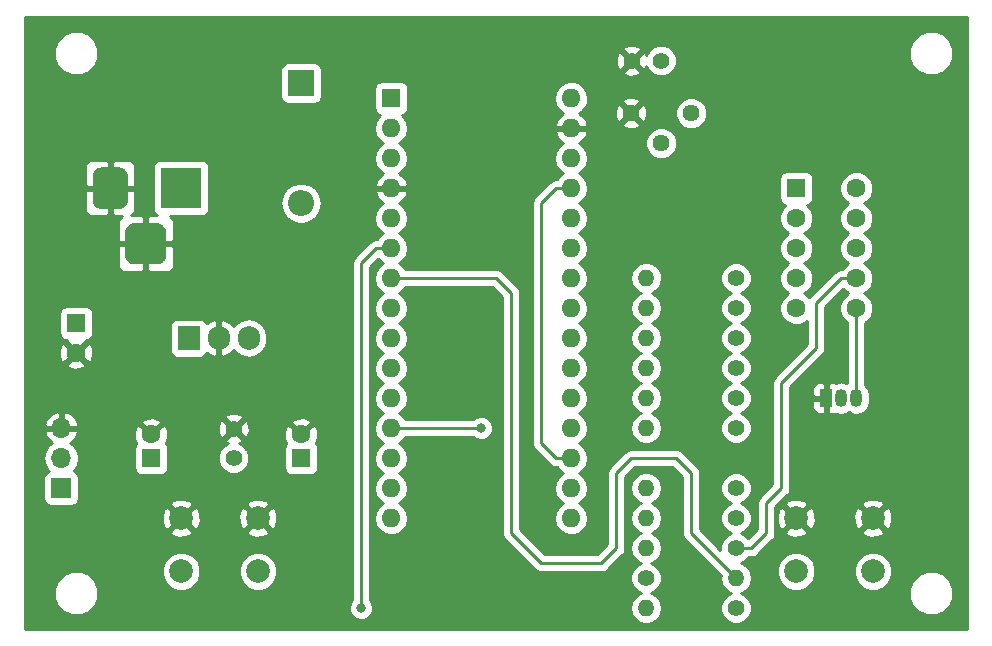
<source format=gtl>
G04 #@! TF.GenerationSoftware,KiCad,Pcbnew,(5.0.1-3-g963ef8bb5)*
G04 #@! TF.CreationDate,2018-12-20T00:01:49+01:00*
G04 #@! TF.ProjectId,fablab_Arduino,6661626C61625F41726475696E6F2E6B,rev?*
G04 #@! TF.SameCoordinates,Original*
G04 #@! TF.FileFunction,Copper,L1,Top,Signal*
G04 #@! TF.FilePolarity,Positive*
%FSLAX46Y46*%
G04 Gerber Fmt 4.6, Leading zero omitted, Abs format (unit mm)*
G04 Created by KiCad (PCBNEW (5.0.1-3-g963ef8bb5)) date 2018 December 20, Thursday 00:01:49*
%MOMM*%
%LPD*%
G01*
G04 APERTURE LIST*
G04 #@! TA.AperFunction,ComponentPad*
%ADD10R,3.500000X3.500000*%
G04 #@! TD*
G04 #@! TA.AperFunction,Conductor*
%ADD11C,0.100000*%
G04 #@! TD*
G04 #@! TA.AperFunction,ComponentPad*
%ADD12C,3.000000*%
G04 #@! TD*
G04 #@! TA.AperFunction,ComponentPad*
%ADD13C,3.500000*%
G04 #@! TD*
G04 #@! TA.AperFunction,ComponentPad*
%ADD14C,2.000000*%
G04 #@! TD*
G04 #@! TA.AperFunction,ComponentPad*
%ADD15R,1.600000X1.600000*%
G04 #@! TD*
G04 #@! TA.AperFunction,ComponentPad*
%ADD16O,1.600000X1.600000*%
G04 #@! TD*
G04 #@! TA.AperFunction,ComponentPad*
%ADD17R,2.200000X2.200000*%
G04 #@! TD*
G04 #@! TA.AperFunction,ComponentPad*
%ADD18O,2.200000X2.200000*%
G04 #@! TD*
G04 #@! TA.AperFunction,ComponentPad*
%ADD19O,1.050000X1.500000*%
G04 #@! TD*
G04 #@! TA.AperFunction,ComponentPad*
%ADD20R,1.050000X1.500000*%
G04 #@! TD*
G04 #@! TA.AperFunction,ComponentPad*
%ADD21R,1.905000X2.000000*%
G04 #@! TD*
G04 #@! TA.AperFunction,ComponentPad*
%ADD22O,1.905000X2.000000*%
G04 #@! TD*
G04 #@! TA.AperFunction,ComponentPad*
%ADD23C,1.600000*%
G04 #@! TD*
G04 #@! TA.AperFunction,ComponentPad*
%ADD24C,1.400000*%
G04 #@! TD*
G04 #@! TA.AperFunction,ComponentPad*
%ADD25O,1.400000X1.400000*%
G04 #@! TD*
G04 #@! TA.AperFunction,ComponentPad*
%ADD26R,1.700000X1.700000*%
G04 #@! TD*
G04 #@! TA.AperFunction,ComponentPad*
%ADD27O,1.700000X1.700000*%
G04 #@! TD*
G04 #@! TA.AperFunction,ComponentPad*
%ADD28C,1.440000*%
G04 #@! TD*
G04 #@! TA.AperFunction,ViaPad*
%ADD29C,0.800000*%
G04 #@! TD*
G04 #@! TA.AperFunction,Conductor*
%ADD30C,0.250000*%
G04 #@! TD*
G04 #@! TA.AperFunction,Conductor*
%ADD31C,0.254000*%
G04 #@! TD*
G04 APERTURE END LIST*
D10*
G04 #@! TO.P,J1,1*
G04 #@! TO.N,Net-(D1-Pad2)*
X99060000Y-87630000D03*
D11*
G04 #@! TD*
G04 #@! TO.N,GNDD*
G04 #@! TO.C,J1*
G36*
X93883513Y-85883611D02*
X93956318Y-85894411D01*
X94027714Y-85912295D01*
X94097013Y-85937090D01*
X94163548Y-85968559D01*
X94226678Y-86006398D01*
X94285795Y-86050242D01*
X94340330Y-86099670D01*
X94389758Y-86154205D01*
X94433602Y-86213322D01*
X94471441Y-86276452D01*
X94502910Y-86342987D01*
X94527705Y-86412286D01*
X94545589Y-86483682D01*
X94556389Y-86556487D01*
X94560000Y-86630000D01*
X94560000Y-88630000D01*
X94556389Y-88703513D01*
X94545589Y-88776318D01*
X94527705Y-88847714D01*
X94502910Y-88917013D01*
X94471441Y-88983548D01*
X94433602Y-89046678D01*
X94389758Y-89105795D01*
X94340330Y-89160330D01*
X94285795Y-89209758D01*
X94226678Y-89253602D01*
X94163548Y-89291441D01*
X94097013Y-89322910D01*
X94027714Y-89347705D01*
X93956318Y-89365589D01*
X93883513Y-89376389D01*
X93810000Y-89380000D01*
X92310000Y-89380000D01*
X92236487Y-89376389D01*
X92163682Y-89365589D01*
X92092286Y-89347705D01*
X92022987Y-89322910D01*
X91956452Y-89291441D01*
X91893322Y-89253602D01*
X91834205Y-89209758D01*
X91779670Y-89160330D01*
X91730242Y-89105795D01*
X91686398Y-89046678D01*
X91648559Y-88983548D01*
X91617090Y-88917013D01*
X91592295Y-88847714D01*
X91574411Y-88776318D01*
X91563611Y-88703513D01*
X91560000Y-88630000D01*
X91560000Y-86630000D01*
X91563611Y-86556487D01*
X91574411Y-86483682D01*
X91592295Y-86412286D01*
X91617090Y-86342987D01*
X91648559Y-86276452D01*
X91686398Y-86213322D01*
X91730242Y-86154205D01*
X91779670Y-86099670D01*
X91834205Y-86050242D01*
X91893322Y-86006398D01*
X91956452Y-85968559D01*
X92022987Y-85937090D01*
X92092286Y-85912295D01*
X92163682Y-85894411D01*
X92236487Y-85883611D01*
X92310000Y-85880000D01*
X93810000Y-85880000D01*
X93883513Y-85883611D01*
X93883513Y-85883611D01*
G37*
D12*
G04 #@! TO.P,J1,2*
G04 #@! TO.N,GNDD*
X93060000Y-87630000D03*
D11*
G04 #@! TD*
G04 #@! TO.N,GNDD*
G04 #@! TO.C,J1*
G36*
X97020765Y-90584213D02*
X97105704Y-90596813D01*
X97188999Y-90617677D01*
X97269848Y-90646605D01*
X97347472Y-90683319D01*
X97421124Y-90727464D01*
X97490094Y-90778616D01*
X97553718Y-90836282D01*
X97611384Y-90899906D01*
X97662536Y-90968876D01*
X97706681Y-91042528D01*
X97743395Y-91120152D01*
X97772323Y-91201001D01*
X97793187Y-91284296D01*
X97805787Y-91369235D01*
X97810000Y-91455000D01*
X97810000Y-93205000D01*
X97805787Y-93290765D01*
X97793187Y-93375704D01*
X97772323Y-93458999D01*
X97743395Y-93539848D01*
X97706681Y-93617472D01*
X97662536Y-93691124D01*
X97611384Y-93760094D01*
X97553718Y-93823718D01*
X97490094Y-93881384D01*
X97421124Y-93932536D01*
X97347472Y-93976681D01*
X97269848Y-94013395D01*
X97188999Y-94042323D01*
X97105704Y-94063187D01*
X97020765Y-94075787D01*
X96935000Y-94080000D01*
X95185000Y-94080000D01*
X95099235Y-94075787D01*
X95014296Y-94063187D01*
X94931001Y-94042323D01*
X94850152Y-94013395D01*
X94772528Y-93976681D01*
X94698876Y-93932536D01*
X94629906Y-93881384D01*
X94566282Y-93823718D01*
X94508616Y-93760094D01*
X94457464Y-93691124D01*
X94413319Y-93617472D01*
X94376605Y-93539848D01*
X94347677Y-93458999D01*
X94326813Y-93375704D01*
X94314213Y-93290765D01*
X94310000Y-93205000D01*
X94310000Y-91455000D01*
X94314213Y-91369235D01*
X94326813Y-91284296D01*
X94347677Y-91201001D01*
X94376605Y-91120152D01*
X94413319Y-91042528D01*
X94457464Y-90968876D01*
X94508616Y-90899906D01*
X94566282Y-90836282D01*
X94629906Y-90778616D01*
X94698876Y-90727464D01*
X94772528Y-90683319D01*
X94850152Y-90646605D01*
X94931001Y-90617677D01*
X95014296Y-90596813D01*
X95099235Y-90584213D01*
X95185000Y-90580000D01*
X96935000Y-90580000D01*
X97020765Y-90584213D01*
X97020765Y-90584213D01*
G37*
D13*
G04 #@! TO.P,J1,3*
G04 #@! TO.N,GNDD*
X96060000Y-92330000D03*
G04 #@! TD*
D14*
G04 #@! TO.P,SW2,1*
G04 #@! TO.N,GNDD*
X105560000Y-115570000D03*
G04 #@! TO.P,SW2,2*
G04 #@! TO.N,Net-(A1-Pad6)*
X105560000Y-120070000D03*
G04 #@! TO.P,SW2,1*
G04 #@! TO.N,GNDD*
X99060000Y-115570000D03*
G04 #@! TO.P,SW2,2*
G04 #@! TO.N,Net-(A1-Pad6)*
X99060000Y-120070000D03*
G04 #@! TD*
D15*
G04 #@! TO.P,A1,1*
G04 #@! TO.N,Net-(A1-Pad1)*
X116840000Y-80010000D03*
D16*
G04 #@! TO.P,A1,17*
G04 #@! TO.N,Net-(A1-Pad17)*
X132080000Y-113030000D03*
G04 #@! TO.P,A1,2*
G04 #@! TO.N,Net-(A1-Pad2)*
X116840000Y-82550000D03*
G04 #@! TO.P,A1,18*
G04 #@! TO.N,Net-(A1-Pad18)*
X132080000Y-110490000D03*
G04 #@! TO.P,A1,3*
G04 #@! TO.N,Net-(A1-Pad3)*
X116840000Y-85090000D03*
G04 #@! TO.P,A1,19*
G04 #@! TO.N,Net-(A1-Pad19)*
X132080000Y-107950000D03*
G04 #@! TO.P,A1,4*
G04 #@! TO.N,GNDD*
X116840000Y-87630000D03*
G04 #@! TO.P,A1,20*
G04 #@! TO.N,Net-(A1-Pad20)*
X132080000Y-105410000D03*
G04 #@! TO.P,A1,5*
G04 #@! TO.N,Net-(A1-Pad5)*
X116840000Y-90170000D03*
G04 #@! TO.P,A1,21*
G04 #@! TO.N,Net-(A1-Pad21)*
X132080000Y-102870000D03*
G04 #@! TO.P,A1,6*
G04 #@! TO.N,Net-(A1-Pad6)*
X116840000Y-92710000D03*
G04 #@! TO.P,A1,22*
G04 #@! TO.N,Net-(A1-Pad22)*
X132080000Y-100330000D03*
G04 #@! TO.P,A1,7*
G04 #@! TO.N,Net-(A1-Pad7)*
X116840000Y-95250000D03*
G04 #@! TO.P,A1,23*
G04 #@! TO.N,Net-(A1-Pad23)*
X132080000Y-97790000D03*
G04 #@! TO.P,A1,8*
G04 #@! TO.N,Net-(A1-Pad8)*
X116840000Y-97790000D03*
G04 #@! TO.P,A1,24*
G04 #@! TO.N,Net-(A1-Pad24)*
X132080000Y-95250000D03*
G04 #@! TO.P,A1,9*
G04 #@! TO.N,Net-(A1-Pad9)*
X116840000Y-100330000D03*
G04 #@! TO.P,A1,25*
G04 #@! TO.N,Net-(A1-Pad25)*
X132080000Y-92710000D03*
G04 #@! TO.P,A1,10*
G04 #@! TO.N,Net-(A1-Pad10)*
X116840000Y-102870000D03*
G04 #@! TO.P,A1,26*
G04 #@! TO.N,Net-(A1-Pad26)*
X132080000Y-90170000D03*
G04 #@! TO.P,A1,11*
G04 #@! TO.N,Net-(A1-Pad11)*
X116840000Y-105410000D03*
G04 #@! TO.P,A1,27*
G04 #@! TO.N,Net-(A1-Pad18)*
X132080000Y-87630000D03*
G04 #@! TO.P,A1,12*
G04 #@! TO.N,Net-(A1-Pad12)*
X116840000Y-107950000D03*
G04 #@! TO.P,A1,28*
G04 #@! TO.N,Net-(A1-Pad28)*
X132080000Y-85090000D03*
G04 #@! TO.P,A1,13*
G04 #@! TO.N,Net-(A1-Pad13)*
X116840000Y-110490000D03*
G04 #@! TO.P,A1,29*
G04 #@! TO.N,GNDD*
X132080000Y-82550000D03*
G04 #@! TO.P,A1,14*
G04 #@! TO.N,Net-(A1-Pad14)*
X116840000Y-113030000D03*
G04 #@! TO.P,A1,30*
G04 #@! TO.N,/10V*
X132080000Y-80010000D03*
G04 #@! TO.P,A1,15*
G04 #@! TO.N,Net-(A1-Pad15)*
X116840000Y-115570000D03*
G04 #@! TO.P,A1,16*
G04 #@! TO.N,Net-(A1-Pad16)*
X132080000Y-115570000D03*
G04 #@! TD*
D17*
G04 #@! TO.P,D1,1*
G04 #@! TO.N,/10V*
X109220000Y-78740000D03*
D18*
G04 #@! TO.P,D1,2*
G04 #@! TO.N,Net-(D1-Pad2)*
X109220000Y-88900000D03*
G04 #@! TD*
D19*
G04 #@! TO.P,Q1,2*
G04 #@! TO.N,Net-(Q1-Pad2)*
X154940000Y-105410000D03*
G04 #@! TO.P,Q1,3*
G04 #@! TO.N,Net-(Q1-Pad3)*
X156210000Y-105410000D03*
D20*
G04 #@! TO.P,Q1,1*
G04 #@! TO.N,GNDD*
X153670000Y-105410000D03*
G04 #@! TD*
D21*
G04 #@! TO.P,U1,1*
G04 #@! TO.N,/10V*
X99695000Y-100330000D03*
D22*
G04 #@! TO.P,U1,2*
G04 #@! TO.N,GNDD*
X102235000Y-100330000D03*
G04 #@! TO.P,U1,3*
G04 #@! TO.N,+5V*
X104775000Y-100330000D03*
G04 #@! TD*
D15*
G04 #@! TO.P,U2,1*
G04 #@! TO.N,Net-(Q1-Pad3)*
X151130000Y-87630000D03*
D23*
G04 #@! TO.P,U2,2*
G04 #@! TO.N,Net-(R6-Pad1)*
X151130000Y-90170000D03*
G04 #@! TO.P,U2,3*
G04 #@! TO.N,Net-(R7-Pad1)*
X151130000Y-92710000D03*
G04 #@! TO.P,U2,4*
G04 #@! TO.N,Net-(R5-Pad1)*
X151130000Y-95250000D03*
G04 #@! TO.P,U2,5*
G04 #@! TO.N,Net-(R4-Pad1)*
X151130000Y-97790000D03*
G04 #@! TO.P,U2,6*
G04 #@! TO.N,Net-(Q1-Pad3)*
X156210000Y-97790000D03*
G04 #@! TO.P,U2,7*
G04 #@! TO.N,Net-(R8-Pad1)*
X156210000Y-95250000D03*
G04 #@! TO.P,U2,8*
G04 #@! TO.N,Net-(R3-Pad1)*
X156210000Y-92710000D03*
G04 #@! TO.P,U2,9*
G04 #@! TO.N,Net-(R2-Pad1)*
X156210000Y-90170000D03*
G04 #@! TO.P,U2,10*
G04 #@! TO.N,Net-(R1-Pad1)*
X156210000Y-87630000D03*
G04 #@! TD*
D24*
G04 #@! TO.P,R10,1*
G04 #@! TO.N,Net-(A1-Pad18)*
X138430000Y-120650000D03*
D25*
G04 #@! TO.P,R10,2*
G04 #@! TO.N,Net-(A1-Pad7)*
X146050000Y-120650000D03*
G04 #@! TD*
G04 #@! TO.P,R11,2*
G04 #@! TO.N,Net-(A1-Pad6)*
X138430000Y-123190000D03*
D24*
G04 #@! TO.P,R11,1*
G04 #@! TO.N,Net-(A1-Pad18)*
X146050000Y-123190000D03*
G04 #@! TD*
G04 #@! TO.P,R1,1*
G04 #@! TO.N,Net-(R1-Pad1)*
X146050000Y-107950000D03*
D25*
G04 #@! TO.P,R1,2*
G04 #@! TO.N,Net-(A1-Pad19)*
X138430000Y-107950000D03*
G04 #@! TD*
G04 #@! TO.P,R2,2*
G04 #@! TO.N,Net-(A1-Pad20)*
X138430000Y-105410000D03*
D24*
G04 #@! TO.P,R2,1*
G04 #@! TO.N,Net-(R2-Pad1)*
X146050000Y-105410000D03*
G04 #@! TD*
G04 #@! TO.P,R3,1*
G04 #@! TO.N,Net-(R3-Pad1)*
X146050000Y-102870000D03*
D25*
G04 #@! TO.P,R3,2*
G04 #@! TO.N,Net-(A1-Pad21)*
X138430000Y-102870000D03*
G04 #@! TD*
G04 #@! TO.P,R4,2*
G04 #@! TO.N,Net-(A1-Pad22)*
X138430000Y-100330000D03*
D24*
G04 #@! TO.P,R4,1*
G04 #@! TO.N,Net-(R4-Pad1)*
X146050000Y-100330000D03*
G04 #@! TD*
G04 #@! TO.P,R5,1*
G04 #@! TO.N,Net-(R5-Pad1)*
X146050000Y-97790000D03*
D25*
G04 #@! TO.P,R5,2*
G04 #@! TO.N,Net-(A1-Pad23)*
X138430000Y-97790000D03*
G04 #@! TD*
G04 #@! TO.P,R6,2*
G04 #@! TO.N,Net-(A1-Pad24)*
X138430000Y-95250000D03*
D24*
G04 #@! TO.P,R6,1*
G04 #@! TO.N,Net-(R6-Pad1)*
X146050000Y-95250000D03*
G04 #@! TD*
G04 #@! TO.P,R7,1*
G04 #@! TO.N,Net-(R7-Pad1)*
X146050000Y-115570000D03*
D25*
G04 #@! TO.P,R7,2*
G04 #@! TO.N,Net-(A1-Pad11)*
X138430000Y-115570000D03*
G04 #@! TD*
G04 #@! TO.P,R8,2*
G04 #@! TO.N,Net-(A1-Pad10)*
X138430000Y-118110000D03*
D24*
G04 #@! TO.P,R8,1*
G04 #@! TO.N,Net-(R8-Pad1)*
X146050000Y-118110000D03*
G04 #@! TD*
G04 #@! TO.P,R9,1*
G04 #@! TO.N,Net-(Q1-Pad2)*
X146050000Y-113030000D03*
D25*
G04 #@! TO.P,R9,2*
G04 #@! TO.N,Net-(A1-Pad12)*
X138430000Y-113030000D03*
G04 #@! TD*
D14*
G04 #@! TO.P,SW1,2*
G04 #@! TO.N,Net-(A1-Pad7)*
X151130000Y-120070000D03*
G04 #@! TO.P,SW1,1*
G04 #@! TO.N,GNDD*
X151130000Y-115570000D03*
G04 #@! TO.P,SW1,2*
G04 #@! TO.N,Net-(A1-Pad7)*
X157630000Y-120070000D03*
G04 #@! TO.P,SW1,1*
G04 #@! TO.N,GNDD*
X157630000Y-115570000D03*
G04 #@! TD*
D26*
G04 #@! TO.P,J2,1*
G04 #@! TO.N,Net-(A1-Pad14)*
X88900000Y-113030000D03*
D27*
G04 #@! TO.P,J2,2*
G04 #@! TO.N,+5V*
X88900000Y-110490000D03*
G04 #@! TO.P,J2,3*
G04 #@! TO.N,GNDD*
X88900000Y-107950000D03*
G04 #@! TD*
D28*
G04 #@! TO.P,RV1,1*
G04 #@! TO.N,Net-(A1-Pad18)*
X142240000Y-81280000D03*
G04 #@! TO.P,RV1,2*
G04 #@! TO.N,Net-(A1-Pad25)*
X139700000Y-83820000D03*
G04 #@! TO.P,RV1,3*
G04 #@! TO.N,GNDD*
X137160000Y-81280000D03*
G04 #@! TD*
D15*
G04 #@! TO.P,C1,1*
G04 #@! TO.N,/10V*
X90170000Y-99060000D03*
D23*
G04 #@! TO.P,C1,2*
G04 #@! TO.N,GNDD*
X90170000Y-101560000D03*
G04 #@! TD*
D15*
G04 #@! TO.P,C2,1*
G04 #@! TO.N,+5V*
X109220000Y-110490000D03*
D23*
G04 #@! TO.P,C2,2*
G04 #@! TO.N,GNDD*
X109220000Y-108490000D03*
G04 #@! TD*
D24*
G04 #@! TO.P,C3,1*
G04 #@! TO.N,+5V*
X103505000Y-110490000D03*
G04 #@! TO.P,C3,2*
G04 #@! TO.N,GNDD*
X103505000Y-107990000D03*
G04 #@! TD*
G04 #@! TO.P,C4,2*
G04 #@! TO.N,GNDD*
X137200000Y-76835000D03*
G04 #@! TO.P,C4,1*
G04 #@! TO.N,Net-(A1-Pad18)*
X139700000Y-76835000D03*
G04 #@! TD*
D23*
G04 #@! TO.P,C5,2*
G04 #@! TO.N,GNDD*
X96520000Y-108490000D03*
D15*
G04 #@! TO.P,C5,1*
G04 #@! TO.N,+5V*
X96520000Y-110490000D03*
G04 #@! TD*
D29*
G04 #@! TO.N,Net-(A1-Pad12)*
X124460000Y-107950000D03*
G04 #@! TO.N,Net-(A1-Pad6)*
X114300000Y-123190000D03*
G04 #@! TD*
D30*
G04 #@! TO.N,Net-(R8-Pad1)*
X147320000Y-118110000D02*
X146050000Y-118110000D01*
X148590000Y-116840000D02*
X147320000Y-118110000D01*
X149860000Y-113030000D02*
X148590000Y-114300000D01*
X148590000Y-114300000D02*
X148590000Y-116840000D01*
X154940000Y-95250000D02*
X152819999Y-97370001D01*
X152819999Y-101180001D02*
X149860000Y-104140000D01*
X152819999Y-97370001D02*
X152819999Y-101180001D01*
X149860000Y-104140000D02*
X149860000Y-113030000D01*
X156210000Y-95250000D02*
X154940000Y-95250000D01*
G04 #@! TO.N,Net-(A1-Pad12)*
X124460000Y-107950000D02*
X116840000Y-107950000D01*
G04 #@! TO.N,Net-(A1-Pad18)*
X132080000Y-110490000D02*
X130810000Y-110490000D01*
X130810000Y-110490000D02*
X129540000Y-109220000D01*
X129540000Y-109220000D02*
X129540000Y-88900000D01*
X129540000Y-88900000D02*
X130810000Y-87630000D01*
X130810000Y-87630000D02*
X132080000Y-87630000D01*
G04 #@! TO.N,Net-(A1-Pad7)*
X146050000Y-120650000D02*
X144780000Y-119380000D01*
X129540000Y-119380000D02*
X127000000Y-116840000D01*
X127000000Y-116840000D02*
X127000000Y-96520000D01*
X127000000Y-96520000D02*
X125730000Y-95250000D01*
X125730000Y-95250000D02*
X116840000Y-95250000D01*
X144780000Y-119380000D02*
X142240000Y-116840000D01*
X142240000Y-116840000D02*
X142240000Y-111760000D01*
X142240000Y-111760000D02*
X140970000Y-110490000D01*
X140970000Y-110490000D02*
X137160000Y-110490000D01*
X137160000Y-110490000D02*
X135890000Y-111760000D01*
X135890000Y-111760000D02*
X135890000Y-118110000D01*
X135890000Y-118110000D02*
X134620000Y-119380000D01*
X134620000Y-119380000D02*
X129540000Y-119380000D01*
G04 #@! TO.N,Net-(A1-Pad6)*
X116840000Y-92710000D02*
X115570000Y-92710000D01*
X115570000Y-92710000D02*
X114300000Y-93980000D01*
X114300000Y-93980000D02*
X114300000Y-123190000D01*
G04 #@! TO.N,Net-(Q1-Pad3)*
X156210000Y-97790000D02*
X156210000Y-105410000D01*
G04 #@! TD*
D31*
G04 #@! TO.N,GNDD*
G36*
X165608000Y-124968000D02*
X85852000Y-124968000D01*
X85852000Y-121545050D01*
X88285000Y-121545050D01*
X88285000Y-122294950D01*
X88571974Y-122987767D01*
X89102233Y-123518026D01*
X89795050Y-123805000D01*
X90544950Y-123805000D01*
X91237767Y-123518026D01*
X91768026Y-122987767D01*
X91769534Y-122984126D01*
X113265000Y-122984126D01*
X113265000Y-123395874D01*
X113422569Y-123776280D01*
X113713720Y-124067431D01*
X114094126Y-124225000D01*
X114505874Y-124225000D01*
X114886280Y-124067431D01*
X115177431Y-123776280D01*
X115335000Y-123395874D01*
X115335000Y-122984126D01*
X115177431Y-122603720D01*
X115060000Y-122486289D01*
X115060000Y-94294801D01*
X115727238Y-93627564D01*
X115805423Y-93744577D01*
X116157758Y-93980000D01*
X115805423Y-94215423D01*
X115488260Y-94690091D01*
X115376887Y-95250000D01*
X115488260Y-95809909D01*
X115805423Y-96284577D01*
X116157758Y-96520000D01*
X115805423Y-96755423D01*
X115488260Y-97230091D01*
X115376887Y-97790000D01*
X115488260Y-98349909D01*
X115805423Y-98824577D01*
X116157758Y-99060000D01*
X115805423Y-99295423D01*
X115488260Y-99770091D01*
X115376887Y-100330000D01*
X115488260Y-100889909D01*
X115805423Y-101364577D01*
X116157758Y-101600000D01*
X115805423Y-101835423D01*
X115488260Y-102310091D01*
X115376887Y-102870000D01*
X115488260Y-103429909D01*
X115805423Y-103904577D01*
X116157758Y-104140000D01*
X115805423Y-104375423D01*
X115488260Y-104850091D01*
X115376887Y-105410000D01*
X115488260Y-105969909D01*
X115805423Y-106444577D01*
X116157758Y-106680000D01*
X115805423Y-106915423D01*
X115488260Y-107390091D01*
X115376887Y-107950000D01*
X115488260Y-108509909D01*
X115805423Y-108984577D01*
X116157758Y-109220000D01*
X115805423Y-109455423D01*
X115488260Y-109930091D01*
X115376887Y-110490000D01*
X115488260Y-111049909D01*
X115805423Y-111524577D01*
X116157758Y-111760000D01*
X115805423Y-111995423D01*
X115488260Y-112470091D01*
X115376887Y-113030000D01*
X115488260Y-113589909D01*
X115805423Y-114064577D01*
X116157758Y-114300000D01*
X115805423Y-114535423D01*
X115488260Y-115010091D01*
X115376887Y-115570000D01*
X115488260Y-116129909D01*
X115805423Y-116604577D01*
X116280091Y-116921740D01*
X116698667Y-117005000D01*
X116981333Y-117005000D01*
X117399909Y-116921740D01*
X117874577Y-116604577D01*
X118191740Y-116129909D01*
X118303113Y-115570000D01*
X118191740Y-115010091D01*
X117874577Y-114535423D01*
X117522242Y-114300000D01*
X117874577Y-114064577D01*
X118191740Y-113589909D01*
X118303113Y-113030000D01*
X118191740Y-112470091D01*
X117874577Y-111995423D01*
X117522242Y-111760000D01*
X117874577Y-111524577D01*
X118191740Y-111049909D01*
X118303113Y-110490000D01*
X118191740Y-109930091D01*
X117874577Y-109455423D01*
X117522242Y-109220000D01*
X117874577Y-108984577D01*
X118058043Y-108710000D01*
X123756289Y-108710000D01*
X123873720Y-108827431D01*
X124254126Y-108985000D01*
X124665874Y-108985000D01*
X125046280Y-108827431D01*
X125337431Y-108536280D01*
X125495000Y-108155874D01*
X125495000Y-107744126D01*
X125337431Y-107363720D01*
X125046280Y-107072569D01*
X124665874Y-106915000D01*
X124254126Y-106915000D01*
X123873720Y-107072569D01*
X123756289Y-107190000D01*
X118058043Y-107190000D01*
X117874577Y-106915423D01*
X117522242Y-106680000D01*
X117874577Y-106444577D01*
X118191740Y-105969909D01*
X118303113Y-105410000D01*
X118191740Y-104850091D01*
X117874577Y-104375423D01*
X117522242Y-104140000D01*
X117874577Y-103904577D01*
X118191740Y-103429909D01*
X118303113Y-102870000D01*
X118191740Y-102310091D01*
X117874577Y-101835423D01*
X117522242Y-101600000D01*
X117874577Y-101364577D01*
X118191740Y-100889909D01*
X118303113Y-100330000D01*
X118191740Y-99770091D01*
X117874577Y-99295423D01*
X117522242Y-99060000D01*
X117874577Y-98824577D01*
X118191740Y-98349909D01*
X118303113Y-97790000D01*
X118191740Y-97230091D01*
X117874577Y-96755423D01*
X117522242Y-96520000D01*
X117874577Y-96284577D01*
X118058043Y-96010000D01*
X125415199Y-96010000D01*
X126240001Y-96834803D01*
X126240000Y-116765153D01*
X126225112Y-116840000D01*
X126240000Y-116914847D01*
X126240000Y-116914851D01*
X126284096Y-117136536D01*
X126452071Y-117387929D01*
X126515530Y-117430331D01*
X128949673Y-119864476D01*
X128992071Y-119927929D01*
X129055524Y-119970327D01*
X129055526Y-119970329D01*
X129152314Y-120035000D01*
X129243463Y-120095904D01*
X129465148Y-120140000D01*
X129465152Y-120140000D01*
X129539999Y-120154888D01*
X129614846Y-120140000D01*
X134545153Y-120140000D01*
X134620000Y-120154888D01*
X134694847Y-120140000D01*
X134694852Y-120140000D01*
X134916537Y-120095904D01*
X135167929Y-119927929D01*
X135210331Y-119864470D01*
X136374473Y-118700329D01*
X136437929Y-118657929D01*
X136605904Y-118406537D01*
X136650000Y-118184852D01*
X136650000Y-118184848D01*
X136664888Y-118110001D01*
X136650000Y-118035154D01*
X136650000Y-113030000D01*
X137068846Y-113030000D01*
X137172458Y-113550891D01*
X137467519Y-113992481D01*
X137909109Y-114287542D01*
X137971739Y-114300000D01*
X137909109Y-114312458D01*
X137467519Y-114607519D01*
X137172458Y-115049109D01*
X137068846Y-115570000D01*
X137172458Y-116090891D01*
X137467519Y-116532481D01*
X137909109Y-116827542D01*
X137971739Y-116840000D01*
X137909109Y-116852458D01*
X137467519Y-117147519D01*
X137172458Y-117589109D01*
X137068846Y-118110000D01*
X137172458Y-118630891D01*
X137467519Y-119072481D01*
X137909109Y-119367542D01*
X137995918Y-119384809D01*
X137673783Y-119518242D01*
X137298242Y-119893783D01*
X137095000Y-120384452D01*
X137095000Y-120915548D01*
X137298242Y-121406217D01*
X137673783Y-121781758D01*
X137995918Y-121915191D01*
X137909109Y-121932458D01*
X137467519Y-122227519D01*
X137172458Y-122669109D01*
X137068846Y-123190000D01*
X137172458Y-123710891D01*
X137467519Y-124152481D01*
X137909109Y-124447542D01*
X138298515Y-124525000D01*
X138561485Y-124525000D01*
X138950891Y-124447542D01*
X139392481Y-124152481D01*
X139687542Y-123710891D01*
X139791154Y-123190000D01*
X139687542Y-122669109D01*
X139392481Y-122227519D01*
X138950891Y-121932458D01*
X138864082Y-121915191D01*
X139186217Y-121781758D01*
X139561758Y-121406217D01*
X139765000Y-120915548D01*
X139765000Y-120384452D01*
X139561758Y-119893783D01*
X139186217Y-119518242D01*
X138864082Y-119384809D01*
X138950891Y-119367542D01*
X139392481Y-119072481D01*
X139687542Y-118630891D01*
X139791154Y-118110000D01*
X139687542Y-117589109D01*
X139392481Y-117147519D01*
X138950891Y-116852458D01*
X138888261Y-116840000D01*
X138950891Y-116827542D01*
X139392481Y-116532481D01*
X139687542Y-116090891D01*
X139791154Y-115570000D01*
X139687542Y-115049109D01*
X139392481Y-114607519D01*
X138950891Y-114312458D01*
X138888261Y-114300000D01*
X138950891Y-114287542D01*
X139392481Y-113992481D01*
X139687542Y-113550891D01*
X139791154Y-113030000D01*
X139687542Y-112509109D01*
X139392481Y-112067519D01*
X138950891Y-111772458D01*
X138561485Y-111695000D01*
X138298515Y-111695000D01*
X137909109Y-111772458D01*
X137467519Y-112067519D01*
X137172458Y-112509109D01*
X137068846Y-113030000D01*
X136650000Y-113030000D01*
X136650000Y-112074801D01*
X137474802Y-111250000D01*
X140655199Y-111250000D01*
X141480001Y-112074803D01*
X141480000Y-116765153D01*
X141465112Y-116840000D01*
X141480000Y-116914847D01*
X141480000Y-116914851D01*
X141524096Y-117136536D01*
X141692071Y-117387929D01*
X141755530Y-117430331D01*
X144295526Y-119970329D01*
X144295532Y-119970333D01*
X144736355Y-120411156D01*
X144688846Y-120650000D01*
X144792458Y-121170891D01*
X145087519Y-121612481D01*
X145529109Y-121907542D01*
X145615918Y-121924809D01*
X145293783Y-122058242D01*
X144918242Y-122433783D01*
X144715000Y-122924452D01*
X144715000Y-123455548D01*
X144918242Y-123946217D01*
X145293783Y-124321758D01*
X145784452Y-124525000D01*
X146315548Y-124525000D01*
X146806217Y-124321758D01*
X147181758Y-123946217D01*
X147385000Y-123455548D01*
X147385000Y-122924452D01*
X147181758Y-122433783D01*
X146806217Y-122058242D01*
X146484082Y-121924809D01*
X146570891Y-121907542D01*
X147012481Y-121612481D01*
X147307542Y-121170891D01*
X147411154Y-120650000D01*
X147307542Y-120129109D01*
X147050741Y-119744778D01*
X149495000Y-119744778D01*
X149495000Y-120395222D01*
X149743914Y-120996153D01*
X150203847Y-121456086D01*
X150804778Y-121705000D01*
X151455222Y-121705000D01*
X152056153Y-121456086D01*
X152516086Y-120996153D01*
X152765000Y-120395222D01*
X152765000Y-119744778D01*
X155995000Y-119744778D01*
X155995000Y-120395222D01*
X156243914Y-120996153D01*
X156703847Y-121456086D01*
X157304778Y-121705000D01*
X157955222Y-121705000D01*
X158341375Y-121545050D01*
X160675000Y-121545050D01*
X160675000Y-122294950D01*
X160961974Y-122987767D01*
X161492233Y-123518026D01*
X162185050Y-123805000D01*
X162934950Y-123805000D01*
X163627767Y-123518026D01*
X164158026Y-122987767D01*
X164445000Y-122294950D01*
X164445000Y-121545050D01*
X164158026Y-120852233D01*
X163627767Y-120321974D01*
X162934950Y-120035000D01*
X162185050Y-120035000D01*
X161492233Y-120321974D01*
X160961974Y-120852233D01*
X160675000Y-121545050D01*
X158341375Y-121545050D01*
X158556153Y-121456086D01*
X159016086Y-120996153D01*
X159265000Y-120395222D01*
X159265000Y-119744778D01*
X159016086Y-119143847D01*
X158556153Y-118683914D01*
X157955222Y-118435000D01*
X157304778Y-118435000D01*
X156703847Y-118683914D01*
X156243914Y-119143847D01*
X155995000Y-119744778D01*
X152765000Y-119744778D01*
X152516086Y-119143847D01*
X152056153Y-118683914D01*
X151455222Y-118435000D01*
X150804778Y-118435000D01*
X150203847Y-118683914D01*
X149743914Y-119143847D01*
X149495000Y-119744778D01*
X147050741Y-119744778D01*
X147012481Y-119687519D01*
X146570891Y-119392458D01*
X146484082Y-119375191D01*
X146806217Y-119241758D01*
X147177975Y-118870000D01*
X147245153Y-118870000D01*
X147320000Y-118884888D01*
X147394847Y-118870000D01*
X147394852Y-118870000D01*
X147616537Y-118825904D01*
X147867929Y-118657929D01*
X147910331Y-118594470D01*
X149074473Y-117430329D01*
X149137929Y-117387929D01*
X149305904Y-117136537D01*
X149350000Y-116914852D01*
X149350000Y-116914848D01*
X149364888Y-116840001D01*
X149350000Y-116765154D01*
X149350000Y-116722532D01*
X150157073Y-116722532D01*
X150255736Y-116989387D01*
X150865461Y-117215908D01*
X151515460Y-117191856D01*
X152004264Y-116989387D01*
X152102927Y-116722532D01*
X156657073Y-116722532D01*
X156755736Y-116989387D01*
X157365461Y-117215908D01*
X158015460Y-117191856D01*
X158504264Y-116989387D01*
X158602927Y-116722532D01*
X157630000Y-115749605D01*
X156657073Y-116722532D01*
X152102927Y-116722532D01*
X151130000Y-115749605D01*
X150157073Y-116722532D01*
X149350000Y-116722532D01*
X149350000Y-115305461D01*
X149484092Y-115305461D01*
X149508144Y-115955460D01*
X149710613Y-116444264D01*
X149977468Y-116542927D01*
X150950395Y-115570000D01*
X151309605Y-115570000D01*
X152282532Y-116542927D01*
X152549387Y-116444264D01*
X152775908Y-115834539D01*
X152756331Y-115305461D01*
X155984092Y-115305461D01*
X156008144Y-115955460D01*
X156210613Y-116444264D01*
X156477468Y-116542927D01*
X157450395Y-115570000D01*
X157809605Y-115570000D01*
X158782532Y-116542927D01*
X159049387Y-116444264D01*
X159275908Y-115834539D01*
X159251856Y-115184540D01*
X159049387Y-114695736D01*
X158782532Y-114597073D01*
X157809605Y-115570000D01*
X157450395Y-115570000D01*
X156477468Y-114597073D01*
X156210613Y-114695736D01*
X155984092Y-115305461D01*
X152756331Y-115305461D01*
X152751856Y-115184540D01*
X152549387Y-114695736D01*
X152282532Y-114597073D01*
X151309605Y-115570000D01*
X150950395Y-115570000D01*
X149977468Y-114597073D01*
X149710613Y-114695736D01*
X149484092Y-115305461D01*
X149350000Y-115305461D01*
X149350000Y-114614801D01*
X149547333Y-114417468D01*
X150157073Y-114417468D01*
X151130000Y-115390395D01*
X152102927Y-114417468D01*
X156657073Y-114417468D01*
X157630000Y-115390395D01*
X158602927Y-114417468D01*
X158504264Y-114150613D01*
X157894539Y-113924092D01*
X157244540Y-113948144D01*
X156755736Y-114150613D01*
X156657073Y-114417468D01*
X152102927Y-114417468D01*
X152004264Y-114150613D01*
X151394539Y-113924092D01*
X150744540Y-113948144D01*
X150255736Y-114150613D01*
X150157073Y-114417468D01*
X149547333Y-114417468D01*
X150344473Y-113620329D01*
X150407929Y-113577929D01*
X150575904Y-113326537D01*
X150620000Y-113104852D01*
X150620000Y-113104848D01*
X150634888Y-113030001D01*
X150620000Y-112955154D01*
X150620000Y-105695750D01*
X152510000Y-105695750D01*
X152510000Y-106286310D01*
X152606673Y-106519699D01*
X152785302Y-106698327D01*
X153018691Y-106795000D01*
X153384250Y-106795000D01*
X153543000Y-106636250D01*
X153543000Y-105537000D01*
X152668750Y-105537000D01*
X152510000Y-105695750D01*
X150620000Y-105695750D01*
X150620000Y-104533690D01*
X152510000Y-104533690D01*
X152510000Y-105124250D01*
X152668750Y-105283000D01*
X153543000Y-105283000D01*
X153543000Y-104183750D01*
X153384250Y-104025000D01*
X153018691Y-104025000D01*
X152785302Y-104121673D01*
X152606673Y-104300301D01*
X152510000Y-104533690D01*
X150620000Y-104533690D01*
X150620000Y-104454801D01*
X153304472Y-101770330D01*
X153367928Y-101727930D01*
X153445084Y-101612458D01*
X153535903Y-101476539D01*
X153576371Y-101273091D01*
X153579999Y-101254853D01*
X153579999Y-101254849D01*
X153594887Y-101180001D01*
X153579999Y-101105153D01*
X153579999Y-97684802D01*
X155097703Y-96167099D01*
X155397138Y-96466534D01*
X155526216Y-96520000D01*
X155397138Y-96573466D01*
X154993466Y-96977138D01*
X154775000Y-97504561D01*
X154775000Y-98075439D01*
X154993466Y-98602862D01*
X155397138Y-99006534D01*
X155450000Y-99028430D01*
X155450001Y-104130653D01*
X155392608Y-104092305D01*
X154940000Y-104002275D01*
X154487391Y-104092305D01*
X154486016Y-104093224D01*
X154321309Y-104025000D01*
X153955750Y-104025000D01*
X153797000Y-104183750D01*
X153797000Y-104985291D01*
X153780000Y-105070755D01*
X153780000Y-105749246D01*
X153797000Y-105834710D01*
X153797000Y-106636250D01*
X153955750Y-106795000D01*
X154321309Y-106795000D01*
X154486016Y-106726776D01*
X154487392Y-106727695D01*
X154940000Y-106817725D01*
X155392609Y-106727695D01*
X155575000Y-106605825D01*
X155757392Y-106727695D01*
X156210000Y-106817725D01*
X156662609Y-106727695D01*
X157046313Y-106471313D01*
X157302695Y-106087608D01*
X157370000Y-105749245D01*
X157370000Y-105070754D01*
X157302695Y-104732391D01*
X157046313Y-104348687D01*
X156970000Y-104297697D01*
X156970000Y-99028430D01*
X157022862Y-99006534D01*
X157426534Y-98602862D01*
X157645000Y-98075439D01*
X157645000Y-97504561D01*
X157426534Y-96977138D01*
X157022862Y-96573466D01*
X156893784Y-96520000D01*
X157022862Y-96466534D01*
X157426534Y-96062862D01*
X157645000Y-95535439D01*
X157645000Y-94964561D01*
X157426534Y-94437138D01*
X157022862Y-94033466D01*
X156893784Y-93980000D01*
X157022862Y-93926534D01*
X157426534Y-93522862D01*
X157645000Y-92995439D01*
X157645000Y-92424561D01*
X157426534Y-91897138D01*
X157022862Y-91493466D01*
X156893784Y-91440000D01*
X157022862Y-91386534D01*
X157426534Y-90982862D01*
X157645000Y-90455439D01*
X157645000Y-89884561D01*
X157426534Y-89357138D01*
X157022862Y-88953466D01*
X156893784Y-88900000D01*
X157022862Y-88846534D01*
X157426534Y-88442862D01*
X157645000Y-87915439D01*
X157645000Y-87344561D01*
X157426534Y-86817138D01*
X157022862Y-86413466D01*
X156495439Y-86195000D01*
X155924561Y-86195000D01*
X155397138Y-86413466D01*
X154993466Y-86817138D01*
X154775000Y-87344561D01*
X154775000Y-87915439D01*
X154993466Y-88442862D01*
X155397138Y-88846534D01*
X155526216Y-88900000D01*
X155397138Y-88953466D01*
X154993466Y-89357138D01*
X154775000Y-89884561D01*
X154775000Y-90455439D01*
X154993466Y-90982862D01*
X155397138Y-91386534D01*
X155526216Y-91440000D01*
X155397138Y-91493466D01*
X154993466Y-91897138D01*
X154775000Y-92424561D01*
X154775000Y-92995439D01*
X154993466Y-93522862D01*
X155397138Y-93926534D01*
X155526216Y-93980000D01*
X155397138Y-94033466D01*
X154993466Y-94437138D01*
X154974864Y-94482047D01*
X154939999Y-94475112D01*
X154865152Y-94490000D01*
X154865148Y-94490000D01*
X154643463Y-94534096D01*
X154392071Y-94702071D01*
X154349671Y-94765527D01*
X152335529Y-96779670D01*
X152272070Y-96822072D01*
X152239785Y-96870389D01*
X151942862Y-96573466D01*
X151813784Y-96520000D01*
X151942862Y-96466534D01*
X152346534Y-96062862D01*
X152565000Y-95535439D01*
X152565000Y-94964561D01*
X152346534Y-94437138D01*
X151942862Y-94033466D01*
X151813784Y-93980000D01*
X151942862Y-93926534D01*
X152346534Y-93522862D01*
X152565000Y-92995439D01*
X152565000Y-92424561D01*
X152346534Y-91897138D01*
X151942862Y-91493466D01*
X151813784Y-91440000D01*
X151942862Y-91386534D01*
X152346534Y-90982862D01*
X152565000Y-90455439D01*
X152565000Y-89884561D01*
X152346534Y-89357138D01*
X152044134Y-89054738D01*
X152177765Y-89028157D01*
X152387809Y-88887809D01*
X152528157Y-88677765D01*
X152577440Y-88430000D01*
X152577440Y-86830000D01*
X152528157Y-86582235D01*
X152387809Y-86372191D01*
X152177765Y-86231843D01*
X151930000Y-86182560D01*
X150330000Y-86182560D01*
X150082235Y-86231843D01*
X149872191Y-86372191D01*
X149731843Y-86582235D01*
X149682560Y-86830000D01*
X149682560Y-88430000D01*
X149731843Y-88677765D01*
X149872191Y-88887809D01*
X150082235Y-89028157D01*
X150215866Y-89054738D01*
X149913466Y-89357138D01*
X149695000Y-89884561D01*
X149695000Y-90455439D01*
X149913466Y-90982862D01*
X150317138Y-91386534D01*
X150446216Y-91440000D01*
X150317138Y-91493466D01*
X149913466Y-91897138D01*
X149695000Y-92424561D01*
X149695000Y-92995439D01*
X149913466Y-93522862D01*
X150317138Y-93926534D01*
X150446216Y-93980000D01*
X150317138Y-94033466D01*
X149913466Y-94437138D01*
X149695000Y-94964561D01*
X149695000Y-95535439D01*
X149913466Y-96062862D01*
X150317138Y-96466534D01*
X150446216Y-96520000D01*
X150317138Y-96573466D01*
X149913466Y-96977138D01*
X149695000Y-97504561D01*
X149695000Y-98075439D01*
X149913466Y-98602862D01*
X150317138Y-99006534D01*
X150844561Y-99225000D01*
X151415439Y-99225000D01*
X151942862Y-99006534D01*
X152059999Y-98889397D01*
X152060000Y-100865198D01*
X149375530Y-103549669D01*
X149312071Y-103592071D01*
X149144096Y-103843464D01*
X149100000Y-104065149D01*
X149100000Y-104065153D01*
X149085112Y-104140000D01*
X149100000Y-104214847D01*
X149100001Y-112715197D01*
X148105530Y-113709669D01*
X148042071Y-113752071D01*
X147874096Y-114003464D01*
X147830000Y-114225149D01*
X147830000Y-114225153D01*
X147815112Y-114300000D01*
X147830000Y-114374847D01*
X147830001Y-116525197D01*
X147091587Y-117263612D01*
X146806217Y-116978242D01*
X146472472Y-116840000D01*
X146806217Y-116701758D01*
X147181758Y-116326217D01*
X147385000Y-115835548D01*
X147385000Y-115304452D01*
X147181758Y-114813783D01*
X146806217Y-114438242D01*
X146472472Y-114300000D01*
X146806217Y-114161758D01*
X147181758Y-113786217D01*
X147385000Y-113295548D01*
X147385000Y-112764452D01*
X147181758Y-112273783D01*
X146806217Y-111898242D01*
X146315548Y-111695000D01*
X145784452Y-111695000D01*
X145293783Y-111898242D01*
X144918242Y-112273783D01*
X144715000Y-112764452D01*
X144715000Y-113295548D01*
X144918242Y-113786217D01*
X145293783Y-114161758D01*
X145627528Y-114300000D01*
X145293783Y-114438242D01*
X144918242Y-114813783D01*
X144715000Y-115304452D01*
X144715000Y-115835548D01*
X144918242Y-116326217D01*
X145293783Y-116701758D01*
X145627528Y-116840000D01*
X145293783Y-116978242D01*
X144918242Y-117353783D01*
X144715000Y-117844452D01*
X144715000Y-118240197D01*
X143000000Y-116525199D01*
X143000000Y-111834846D01*
X143014888Y-111759999D01*
X143000000Y-111685152D01*
X143000000Y-111685148D01*
X142955904Y-111463463D01*
X142787929Y-111212071D01*
X142724473Y-111169671D01*
X141560331Y-110005530D01*
X141517929Y-109942071D01*
X141266537Y-109774096D01*
X141044852Y-109730000D01*
X141044847Y-109730000D01*
X140970000Y-109715112D01*
X140895153Y-109730000D01*
X137234846Y-109730000D01*
X137159999Y-109715112D01*
X137085152Y-109730000D01*
X137085148Y-109730000D01*
X136863463Y-109774096D01*
X136612071Y-109942071D01*
X136569671Y-110005527D01*
X135405530Y-111169669D01*
X135342071Y-111212071D01*
X135174096Y-111463464D01*
X135130000Y-111685149D01*
X135130000Y-111685153D01*
X135115112Y-111760000D01*
X135130000Y-111834847D01*
X135130001Y-117795197D01*
X134305199Y-118620000D01*
X129854803Y-118620000D01*
X127760000Y-116525199D01*
X127760000Y-96594846D01*
X127774888Y-96519999D01*
X127760000Y-96445152D01*
X127760000Y-96445148D01*
X127715904Y-96223463D01*
X127547929Y-95972071D01*
X127484473Y-95929671D01*
X126320331Y-94765530D01*
X126277929Y-94702071D01*
X126026537Y-94534096D01*
X125804852Y-94490000D01*
X125804847Y-94490000D01*
X125730000Y-94475112D01*
X125655153Y-94490000D01*
X118058043Y-94490000D01*
X117874577Y-94215423D01*
X117522242Y-93980000D01*
X117874577Y-93744577D01*
X118191740Y-93269909D01*
X118303113Y-92710000D01*
X118191740Y-92150091D01*
X117874577Y-91675423D01*
X117522242Y-91440000D01*
X117874577Y-91204577D01*
X118191740Y-90729909D01*
X118303113Y-90170000D01*
X118191740Y-89610091D01*
X117874577Y-89135423D01*
X117522242Y-88900000D01*
X128765112Y-88900000D01*
X128780001Y-88974852D01*
X128780000Y-109145153D01*
X128765112Y-109220000D01*
X128780000Y-109294847D01*
X128780000Y-109294851D01*
X128824096Y-109516536D01*
X128992071Y-109767929D01*
X129055530Y-109810331D01*
X130219670Y-110974472D01*
X130262071Y-111037929D01*
X130513463Y-111205904D01*
X130735148Y-111250000D01*
X130735152Y-111250000D01*
X130809999Y-111264888D01*
X130864642Y-111254019D01*
X131045423Y-111524577D01*
X131397758Y-111760000D01*
X131045423Y-111995423D01*
X130728260Y-112470091D01*
X130616887Y-113030000D01*
X130728260Y-113589909D01*
X131045423Y-114064577D01*
X131397758Y-114300000D01*
X131045423Y-114535423D01*
X130728260Y-115010091D01*
X130616887Y-115570000D01*
X130728260Y-116129909D01*
X131045423Y-116604577D01*
X131520091Y-116921740D01*
X131938667Y-117005000D01*
X132221333Y-117005000D01*
X132639909Y-116921740D01*
X133114577Y-116604577D01*
X133431740Y-116129909D01*
X133543113Y-115570000D01*
X133431740Y-115010091D01*
X133114577Y-114535423D01*
X132762242Y-114300000D01*
X133114577Y-114064577D01*
X133431740Y-113589909D01*
X133543113Y-113030000D01*
X133431740Y-112470091D01*
X133114577Y-111995423D01*
X132762242Y-111760000D01*
X133114577Y-111524577D01*
X133431740Y-111049909D01*
X133543113Y-110490000D01*
X133431740Y-109930091D01*
X133114577Y-109455423D01*
X132762242Y-109220000D01*
X133114577Y-108984577D01*
X133431740Y-108509909D01*
X133543113Y-107950000D01*
X133431740Y-107390091D01*
X133114577Y-106915423D01*
X132762242Y-106680000D01*
X133114577Y-106444577D01*
X133431740Y-105969909D01*
X133543113Y-105410000D01*
X133431740Y-104850091D01*
X133114577Y-104375423D01*
X132762242Y-104140000D01*
X133114577Y-103904577D01*
X133431740Y-103429909D01*
X133543113Y-102870000D01*
X133431740Y-102310091D01*
X133114577Y-101835423D01*
X132762242Y-101600000D01*
X133114577Y-101364577D01*
X133431740Y-100889909D01*
X133543113Y-100330000D01*
X133431740Y-99770091D01*
X133114577Y-99295423D01*
X132762242Y-99060000D01*
X133114577Y-98824577D01*
X133431740Y-98349909D01*
X133543113Y-97790000D01*
X133431740Y-97230091D01*
X133114577Y-96755423D01*
X132762242Y-96520000D01*
X133114577Y-96284577D01*
X133431740Y-95809909D01*
X133543113Y-95250000D01*
X137068846Y-95250000D01*
X137172458Y-95770891D01*
X137467519Y-96212481D01*
X137909109Y-96507542D01*
X137971739Y-96520000D01*
X137909109Y-96532458D01*
X137467519Y-96827519D01*
X137172458Y-97269109D01*
X137068846Y-97790000D01*
X137172458Y-98310891D01*
X137467519Y-98752481D01*
X137909109Y-99047542D01*
X137971739Y-99060000D01*
X137909109Y-99072458D01*
X137467519Y-99367519D01*
X137172458Y-99809109D01*
X137068846Y-100330000D01*
X137172458Y-100850891D01*
X137467519Y-101292481D01*
X137909109Y-101587542D01*
X137971739Y-101600000D01*
X137909109Y-101612458D01*
X137467519Y-101907519D01*
X137172458Y-102349109D01*
X137068846Y-102870000D01*
X137172458Y-103390891D01*
X137467519Y-103832481D01*
X137909109Y-104127542D01*
X137971739Y-104140000D01*
X137909109Y-104152458D01*
X137467519Y-104447519D01*
X137172458Y-104889109D01*
X137068846Y-105410000D01*
X137172458Y-105930891D01*
X137467519Y-106372481D01*
X137909109Y-106667542D01*
X137971739Y-106680000D01*
X137909109Y-106692458D01*
X137467519Y-106987519D01*
X137172458Y-107429109D01*
X137068846Y-107950000D01*
X137172458Y-108470891D01*
X137467519Y-108912481D01*
X137909109Y-109207542D01*
X138298515Y-109285000D01*
X138561485Y-109285000D01*
X138950891Y-109207542D01*
X139392481Y-108912481D01*
X139687542Y-108470891D01*
X139791154Y-107950000D01*
X139687542Y-107429109D01*
X139392481Y-106987519D01*
X138950891Y-106692458D01*
X138888261Y-106680000D01*
X138950891Y-106667542D01*
X139392481Y-106372481D01*
X139687542Y-105930891D01*
X139791154Y-105410000D01*
X139687542Y-104889109D01*
X139392481Y-104447519D01*
X138950891Y-104152458D01*
X138888261Y-104140000D01*
X138950891Y-104127542D01*
X139392481Y-103832481D01*
X139687542Y-103390891D01*
X139791154Y-102870000D01*
X139687542Y-102349109D01*
X139392481Y-101907519D01*
X138950891Y-101612458D01*
X138888261Y-101600000D01*
X138950891Y-101587542D01*
X139392481Y-101292481D01*
X139687542Y-100850891D01*
X139791154Y-100330000D01*
X139687542Y-99809109D01*
X139392481Y-99367519D01*
X138950891Y-99072458D01*
X138888261Y-99060000D01*
X138950891Y-99047542D01*
X139392481Y-98752481D01*
X139687542Y-98310891D01*
X139791154Y-97790000D01*
X139687542Y-97269109D01*
X139392481Y-96827519D01*
X138950891Y-96532458D01*
X138888261Y-96520000D01*
X138950891Y-96507542D01*
X139392481Y-96212481D01*
X139687542Y-95770891D01*
X139791154Y-95250000D01*
X139738334Y-94984452D01*
X144715000Y-94984452D01*
X144715000Y-95515548D01*
X144918242Y-96006217D01*
X145293783Y-96381758D01*
X145627528Y-96520000D01*
X145293783Y-96658242D01*
X144918242Y-97033783D01*
X144715000Y-97524452D01*
X144715000Y-98055548D01*
X144918242Y-98546217D01*
X145293783Y-98921758D01*
X145627528Y-99060000D01*
X145293783Y-99198242D01*
X144918242Y-99573783D01*
X144715000Y-100064452D01*
X144715000Y-100595548D01*
X144918242Y-101086217D01*
X145293783Y-101461758D01*
X145627528Y-101600000D01*
X145293783Y-101738242D01*
X144918242Y-102113783D01*
X144715000Y-102604452D01*
X144715000Y-103135548D01*
X144918242Y-103626217D01*
X145293783Y-104001758D01*
X145627528Y-104140000D01*
X145293783Y-104278242D01*
X144918242Y-104653783D01*
X144715000Y-105144452D01*
X144715000Y-105675548D01*
X144918242Y-106166217D01*
X145293783Y-106541758D01*
X145627528Y-106680000D01*
X145293783Y-106818242D01*
X144918242Y-107193783D01*
X144715000Y-107684452D01*
X144715000Y-108215548D01*
X144918242Y-108706217D01*
X145293783Y-109081758D01*
X145784452Y-109285000D01*
X146315548Y-109285000D01*
X146806217Y-109081758D01*
X147181758Y-108706217D01*
X147385000Y-108215548D01*
X147385000Y-107684452D01*
X147181758Y-107193783D01*
X146806217Y-106818242D01*
X146472472Y-106680000D01*
X146806217Y-106541758D01*
X147181758Y-106166217D01*
X147385000Y-105675548D01*
X147385000Y-105144452D01*
X147181758Y-104653783D01*
X146806217Y-104278242D01*
X146472472Y-104140000D01*
X146806217Y-104001758D01*
X147181758Y-103626217D01*
X147385000Y-103135548D01*
X147385000Y-102604452D01*
X147181758Y-102113783D01*
X146806217Y-101738242D01*
X146472472Y-101600000D01*
X146806217Y-101461758D01*
X147181758Y-101086217D01*
X147385000Y-100595548D01*
X147385000Y-100064452D01*
X147181758Y-99573783D01*
X146806217Y-99198242D01*
X146472472Y-99060000D01*
X146806217Y-98921758D01*
X147181758Y-98546217D01*
X147385000Y-98055548D01*
X147385000Y-97524452D01*
X147181758Y-97033783D01*
X146806217Y-96658242D01*
X146472472Y-96520000D01*
X146806217Y-96381758D01*
X147181758Y-96006217D01*
X147385000Y-95515548D01*
X147385000Y-94984452D01*
X147181758Y-94493783D01*
X146806217Y-94118242D01*
X146315548Y-93915000D01*
X145784452Y-93915000D01*
X145293783Y-94118242D01*
X144918242Y-94493783D01*
X144715000Y-94984452D01*
X139738334Y-94984452D01*
X139687542Y-94729109D01*
X139392481Y-94287519D01*
X138950891Y-93992458D01*
X138561485Y-93915000D01*
X138298515Y-93915000D01*
X137909109Y-93992458D01*
X137467519Y-94287519D01*
X137172458Y-94729109D01*
X137068846Y-95250000D01*
X133543113Y-95250000D01*
X133431740Y-94690091D01*
X133114577Y-94215423D01*
X132762242Y-93980000D01*
X133114577Y-93744577D01*
X133431740Y-93269909D01*
X133543113Y-92710000D01*
X133431740Y-92150091D01*
X133114577Y-91675423D01*
X132762242Y-91440000D01*
X133114577Y-91204577D01*
X133431740Y-90729909D01*
X133543113Y-90170000D01*
X133431740Y-89610091D01*
X133114577Y-89135423D01*
X132762242Y-88900000D01*
X133114577Y-88664577D01*
X133431740Y-88189909D01*
X133543113Y-87630000D01*
X133431740Y-87070091D01*
X133114577Y-86595423D01*
X132762242Y-86360000D01*
X133114577Y-86124577D01*
X133431740Y-85649909D01*
X133543113Y-85090000D01*
X133431740Y-84530091D01*
X133114577Y-84055423D01*
X132730892Y-83799053D01*
X132935134Y-83702389D01*
X133072749Y-83550474D01*
X138345000Y-83550474D01*
X138345000Y-84089526D01*
X138551286Y-84587546D01*
X138932454Y-84968714D01*
X139430474Y-85175000D01*
X139969526Y-85175000D01*
X140467546Y-84968714D01*
X140848714Y-84587546D01*
X141055000Y-84089526D01*
X141055000Y-83550474D01*
X140848714Y-83052454D01*
X140467546Y-82671286D01*
X139969526Y-82465000D01*
X139430474Y-82465000D01*
X138932454Y-82671286D01*
X138551286Y-83052454D01*
X138345000Y-83550474D01*
X133072749Y-83550474D01*
X133311041Y-83287423D01*
X133471904Y-82899039D01*
X133349915Y-82677000D01*
X132207000Y-82677000D01*
X132207000Y-82697000D01*
X131953000Y-82697000D01*
X131953000Y-82677000D01*
X130810085Y-82677000D01*
X130688096Y-82899039D01*
X130848959Y-83287423D01*
X131224866Y-83702389D01*
X131429108Y-83799053D01*
X131045423Y-84055423D01*
X130728260Y-84530091D01*
X130616887Y-85090000D01*
X130728260Y-85649909D01*
X131045423Y-86124577D01*
X131397758Y-86360000D01*
X131045423Y-86595423D01*
X130864642Y-86865981D01*
X130809999Y-86855112D01*
X130735152Y-86870000D01*
X130735148Y-86870000D01*
X130513463Y-86914096D01*
X130262071Y-87082071D01*
X130219671Y-87145527D01*
X129055528Y-88309671D01*
X128992072Y-88352071D01*
X128949672Y-88415527D01*
X128949671Y-88415528D01*
X128824097Y-88603463D01*
X128765112Y-88900000D01*
X117522242Y-88900000D01*
X117490892Y-88879053D01*
X117695134Y-88782389D01*
X118071041Y-88367423D01*
X118231904Y-87979039D01*
X118109915Y-87757000D01*
X116967000Y-87757000D01*
X116967000Y-87777000D01*
X116713000Y-87777000D01*
X116713000Y-87757000D01*
X115570085Y-87757000D01*
X115448096Y-87979039D01*
X115608959Y-88367423D01*
X115984866Y-88782389D01*
X116189108Y-88879053D01*
X115805423Y-89135423D01*
X115488260Y-89610091D01*
X115376887Y-90170000D01*
X115488260Y-90729909D01*
X115805423Y-91204577D01*
X116157758Y-91440000D01*
X115805423Y-91675423D01*
X115624642Y-91945981D01*
X115569999Y-91935112D01*
X115495152Y-91950000D01*
X115495148Y-91950000D01*
X115273463Y-91994096D01*
X115022071Y-92162071D01*
X114979671Y-92225527D01*
X113815530Y-93389669D01*
X113752071Y-93432071D01*
X113584096Y-93683464D01*
X113540000Y-93905149D01*
X113540000Y-93905153D01*
X113525112Y-93980000D01*
X113540000Y-94054847D01*
X113540001Y-122486288D01*
X113422569Y-122603720D01*
X113265000Y-122984126D01*
X91769534Y-122984126D01*
X92055000Y-122294950D01*
X92055000Y-121545050D01*
X91768026Y-120852233D01*
X91237767Y-120321974D01*
X90544950Y-120035000D01*
X89795050Y-120035000D01*
X89102233Y-120321974D01*
X88571974Y-120852233D01*
X88285000Y-121545050D01*
X85852000Y-121545050D01*
X85852000Y-119744778D01*
X97425000Y-119744778D01*
X97425000Y-120395222D01*
X97673914Y-120996153D01*
X98133847Y-121456086D01*
X98734778Y-121705000D01*
X99385222Y-121705000D01*
X99986153Y-121456086D01*
X100446086Y-120996153D01*
X100695000Y-120395222D01*
X100695000Y-119744778D01*
X103925000Y-119744778D01*
X103925000Y-120395222D01*
X104173914Y-120996153D01*
X104633847Y-121456086D01*
X105234778Y-121705000D01*
X105885222Y-121705000D01*
X106486153Y-121456086D01*
X106946086Y-120996153D01*
X107195000Y-120395222D01*
X107195000Y-119744778D01*
X106946086Y-119143847D01*
X106486153Y-118683914D01*
X105885222Y-118435000D01*
X105234778Y-118435000D01*
X104633847Y-118683914D01*
X104173914Y-119143847D01*
X103925000Y-119744778D01*
X100695000Y-119744778D01*
X100446086Y-119143847D01*
X99986153Y-118683914D01*
X99385222Y-118435000D01*
X98734778Y-118435000D01*
X98133847Y-118683914D01*
X97673914Y-119143847D01*
X97425000Y-119744778D01*
X85852000Y-119744778D01*
X85852000Y-116722532D01*
X98087073Y-116722532D01*
X98185736Y-116989387D01*
X98795461Y-117215908D01*
X99445460Y-117191856D01*
X99934264Y-116989387D01*
X100032927Y-116722532D01*
X104587073Y-116722532D01*
X104685736Y-116989387D01*
X105295461Y-117215908D01*
X105945460Y-117191856D01*
X106434264Y-116989387D01*
X106532927Y-116722532D01*
X105560000Y-115749605D01*
X104587073Y-116722532D01*
X100032927Y-116722532D01*
X99060000Y-115749605D01*
X98087073Y-116722532D01*
X85852000Y-116722532D01*
X85852000Y-115305461D01*
X97414092Y-115305461D01*
X97438144Y-115955460D01*
X97640613Y-116444264D01*
X97907468Y-116542927D01*
X98880395Y-115570000D01*
X99239605Y-115570000D01*
X100212532Y-116542927D01*
X100479387Y-116444264D01*
X100705908Y-115834539D01*
X100686331Y-115305461D01*
X103914092Y-115305461D01*
X103938144Y-115955460D01*
X104140613Y-116444264D01*
X104407468Y-116542927D01*
X105380395Y-115570000D01*
X105739605Y-115570000D01*
X106712532Y-116542927D01*
X106979387Y-116444264D01*
X107205908Y-115834539D01*
X107181856Y-115184540D01*
X106979387Y-114695736D01*
X106712532Y-114597073D01*
X105739605Y-115570000D01*
X105380395Y-115570000D01*
X104407468Y-114597073D01*
X104140613Y-114695736D01*
X103914092Y-115305461D01*
X100686331Y-115305461D01*
X100681856Y-115184540D01*
X100479387Y-114695736D01*
X100212532Y-114597073D01*
X99239605Y-115570000D01*
X98880395Y-115570000D01*
X97907468Y-114597073D01*
X97640613Y-114695736D01*
X97414092Y-115305461D01*
X85852000Y-115305461D01*
X85852000Y-110490000D01*
X87385908Y-110490000D01*
X87501161Y-111069418D01*
X87829375Y-111560625D01*
X87847619Y-111572816D01*
X87802235Y-111581843D01*
X87592191Y-111722191D01*
X87451843Y-111932235D01*
X87402560Y-112180000D01*
X87402560Y-113880000D01*
X87451843Y-114127765D01*
X87592191Y-114337809D01*
X87802235Y-114478157D01*
X88050000Y-114527440D01*
X89750000Y-114527440D01*
X89997765Y-114478157D01*
X90088591Y-114417468D01*
X98087073Y-114417468D01*
X99060000Y-115390395D01*
X100032927Y-114417468D01*
X104587073Y-114417468D01*
X105560000Y-115390395D01*
X106532927Y-114417468D01*
X106434264Y-114150613D01*
X105824539Y-113924092D01*
X105174540Y-113948144D01*
X104685736Y-114150613D01*
X104587073Y-114417468D01*
X100032927Y-114417468D01*
X99934264Y-114150613D01*
X99324539Y-113924092D01*
X98674540Y-113948144D01*
X98185736Y-114150613D01*
X98087073Y-114417468D01*
X90088591Y-114417468D01*
X90207809Y-114337809D01*
X90348157Y-114127765D01*
X90397440Y-113880000D01*
X90397440Y-112180000D01*
X90348157Y-111932235D01*
X90207809Y-111722191D01*
X89997765Y-111581843D01*
X89952381Y-111572816D01*
X89970625Y-111560625D01*
X90298839Y-111069418D01*
X90414092Y-110490000D01*
X90298839Y-109910582D01*
X90151451Y-109690000D01*
X95072560Y-109690000D01*
X95072560Y-111290000D01*
X95121843Y-111537765D01*
X95262191Y-111747809D01*
X95472235Y-111888157D01*
X95720000Y-111937440D01*
X97320000Y-111937440D01*
X97567765Y-111888157D01*
X97777809Y-111747809D01*
X97918157Y-111537765D01*
X97967440Y-111290000D01*
X97967440Y-110224452D01*
X102170000Y-110224452D01*
X102170000Y-110755548D01*
X102373242Y-111246217D01*
X102748783Y-111621758D01*
X103239452Y-111825000D01*
X103770548Y-111825000D01*
X104261217Y-111621758D01*
X104636758Y-111246217D01*
X104840000Y-110755548D01*
X104840000Y-110224452D01*
X104636758Y-109733783D01*
X104592975Y-109690000D01*
X107772560Y-109690000D01*
X107772560Y-111290000D01*
X107821843Y-111537765D01*
X107962191Y-111747809D01*
X108172235Y-111888157D01*
X108420000Y-111937440D01*
X110020000Y-111937440D01*
X110267765Y-111888157D01*
X110477809Y-111747809D01*
X110618157Y-111537765D01*
X110667440Y-111290000D01*
X110667440Y-109690000D01*
X110618157Y-109442235D01*
X110478005Y-109232484D01*
X110666965Y-108706777D01*
X110639778Y-108136546D01*
X110473864Y-107735995D01*
X110227745Y-107661861D01*
X109399605Y-108490000D01*
X109413748Y-108504142D01*
X109234143Y-108683748D01*
X109220000Y-108669605D01*
X109205858Y-108683748D01*
X109026252Y-108504142D01*
X109040395Y-108490000D01*
X108212255Y-107661861D01*
X107966136Y-107735995D01*
X107773035Y-108273223D01*
X107800222Y-108843454D01*
X107961605Y-109233067D01*
X107821843Y-109442235D01*
X107772560Y-109690000D01*
X104592975Y-109690000D01*
X104261217Y-109358242D01*
X103991983Y-109246721D01*
X104198831Y-109161042D01*
X104260669Y-108925275D01*
X103505000Y-108169605D01*
X102749331Y-108925275D01*
X102811169Y-109161042D01*
X103034788Y-109239775D01*
X102748783Y-109358242D01*
X102373242Y-109733783D01*
X102170000Y-110224452D01*
X97967440Y-110224452D01*
X97967440Y-109690000D01*
X97918157Y-109442235D01*
X97778005Y-109232484D01*
X97966965Y-108706777D01*
X97939778Y-108136546D01*
X97799184Y-107797122D01*
X102157581Y-107797122D01*
X102186336Y-108327440D01*
X102333958Y-108683831D01*
X102569725Y-108745669D01*
X103325395Y-107990000D01*
X103684605Y-107990000D01*
X104440275Y-108745669D01*
X104676042Y-108683831D01*
X104852419Y-108182878D01*
X104823664Y-107652560D01*
X104753122Y-107482255D01*
X108391861Y-107482255D01*
X109220000Y-108310395D01*
X110048139Y-107482255D01*
X109974005Y-107236136D01*
X109436777Y-107043035D01*
X108866546Y-107070222D01*
X108465995Y-107236136D01*
X108391861Y-107482255D01*
X104753122Y-107482255D01*
X104676042Y-107296169D01*
X104440275Y-107234331D01*
X103684605Y-107990000D01*
X103325395Y-107990000D01*
X102569725Y-107234331D01*
X102333958Y-107296169D01*
X102157581Y-107797122D01*
X97799184Y-107797122D01*
X97773864Y-107735995D01*
X97527745Y-107661861D01*
X96699605Y-108490000D01*
X96713748Y-108504142D01*
X96534143Y-108683748D01*
X96520000Y-108669605D01*
X96505858Y-108683748D01*
X96326252Y-108504142D01*
X96340395Y-108490000D01*
X95512255Y-107661861D01*
X95266136Y-107735995D01*
X95073035Y-108273223D01*
X95100222Y-108843454D01*
X95261605Y-109233067D01*
X95121843Y-109442235D01*
X95072560Y-109690000D01*
X90151451Y-109690000D01*
X89970625Y-109419375D01*
X89651522Y-109206157D01*
X89781358Y-109145183D01*
X90171645Y-108716924D01*
X90341476Y-108306890D01*
X90220155Y-108077000D01*
X89027000Y-108077000D01*
X89027000Y-108097000D01*
X88773000Y-108097000D01*
X88773000Y-108077000D01*
X87579845Y-108077000D01*
X87458524Y-108306890D01*
X87628355Y-108716924D01*
X88018642Y-109145183D01*
X88148478Y-109206157D01*
X87829375Y-109419375D01*
X87501161Y-109910582D01*
X87385908Y-110490000D01*
X85852000Y-110490000D01*
X85852000Y-107593110D01*
X87458524Y-107593110D01*
X87579845Y-107823000D01*
X88773000Y-107823000D01*
X88773000Y-106629181D01*
X89027000Y-106629181D01*
X89027000Y-107823000D01*
X90220155Y-107823000D01*
X90341476Y-107593110D01*
X90295562Y-107482255D01*
X95691861Y-107482255D01*
X96520000Y-108310395D01*
X97348139Y-107482255D01*
X97274005Y-107236136D01*
X96769300Y-107054725D01*
X102749331Y-107054725D01*
X103505000Y-107810395D01*
X104260669Y-107054725D01*
X104198831Y-106818958D01*
X103697878Y-106642581D01*
X103167560Y-106671336D01*
X102811169Y-106818958D01*
X102749331Y-107054725D01*
X96769300Y-107054725D01*
X96736777Y-107043035D01*
X96166546Y-107070222D01*
X95765995Y-107236136D01*
X95691861Y-107482255D01*
X90295562Y-107482255D01*
X90171645Y-107183076D01*
X89781358Y-106754817D01*
X89256892Y-106508514D01*
X89027000Y-106629181D01*
X88773000Y-106629181D01*
X88543108Y-106508514D01*
X88018642Y-106754817D01*
X87628355Y-107183076D01*
X87458524Y-107593110D01*
X85852000Y-107593110D01*
X85852000Y-102567745D01*
X89341861Y-102567745D01*
X89415995Y-102813864D01*
X89953223Y-103006965D01*
X90523454Y-102979778D01*
X90924005Y-102813864D01*
X90998139Y-102567745D01*
X90170000Y-101739605D01*
X89341861Y-102567745D01*
X85852000Y-102567745D01*
X85852000Y-101343223D01*
X88723035Y-101343223D01*
X88750222Y-101913454D01*
X88916136Y-102314005D01*
X89162255Y-102388139D01*
X89990395Y-101560000D01*
X90349605Y-101560000D01*
X91177745Y-102388139D01*
X91423864Y-102314005D01*
X91616965Y-101776777D01*
X91589778Y-101206546D01*
X91423864Y-100805995D01*
X91177745Y-100731861D01*
X90349605Y-101560000D01*
X89990395Y-101560000D01*
X89162255Y-100731861D01*
X88916136Y-100805995D01*
X88723035Y-101343223D01*
X85852000Y-101343223D01*
X85852000Y-98260000D01*
X88722560Y-98260000D01*
X88722560Y-99860000D01*
X88771843Y-100107765D01*
X88912191Y-100317809D01*
X89122235Y-100458157D01*
X89356187Y-100504693D01*
X89341861Y-100552255D01*
X90170000Y-101380395D01*
X90998139Y-100552255D01*
X90983813Y-100504693D01*
X91217765Y-100458157D01*
X91427809Y-100317809D01*
X91568157Y-100107765D01*
X91617440Y-99860000D01*
X91617440Y-99330000D01*
X98095060Y-99330000D01*
X98095060Y-101330000D01*
X98144343Y-101577765D01*
X98284691Y-101787809D01*
X98494735Y-101928157D01*
X98742500Y-101977440D01*
X100647500Y-101977440D01*
X100895265Y-101928157D01*
X101105309Y-101787809D01*
X101242255Y-101582857D01*
X101368076Y-101705973D01*
X101862020Y-101920563D01*
X102108000Y-101800594D01*
X102108000Y-100457000D01*
X102088000Y-100457000D01*
X102088000Y-100203000D01*
X102108000Y-100203000D01*
X102108000Y-98859406D01*
X102362000Y-98859406D01*
X102362000Y-100203000D01*
X102382000Y-100203000D01*
X102382000Y-100457000D01*
X102362000Y-100457000D01*
X102362000Y-101800594D01*
X102607980Y-101920563D01*
X103101924Y-101705973D01*
X103495841Y-101320526D01*
X103630477Y-101522023D01*
X104155590Y-101872891D01*
X104775000Y-101996100D01*
X105394411Y-101872891D01*
X105919523Y-101522023D01*
X106270391Y-100996910D01*
X106362500Y-100533849D01*
X106362500Y-100126150D01*
X106270391Y-99663089D01*
X105919523Y-99137977D01*
X105394410Y-98787109D01*
X104775000Y-98663900D01*
X104155589Y-98787109D01*
X103630477Y-99137977D01*
X103495841Y-99339474D01*
X103101924Y-98954027D01*
X102607980Y-98739437D01*
X102362000Y-98859406D01*
X102108000Y-98859406D01*
X101862020Y-98739437D01*
X101368076Y-98954027D01*
X101242255Y-99077143D01*
X101105309Y-98872191D01*
X100895265Y-98731843D01*
X100647500Y-98682560D01*
X98742500Y-98682560D01*
X98494735Y-98731843D01*
X98284691Y-98872191D01*
X98144343Y-99082235D01*
X98095060Y-99330000D01*
X91617440Y-99330000D01*
X91617440Y-98260000D01*
X91568157Y-98012235D01*
X91427809Y-97802191D01*
X91217765Y-97661843D01*
X90970000Y-97612560D01*
X89370000Y-97612560D01*
X89122235Y-97661843D01*
X88912191Y-97802191D01*
X88771843Y-98012235D01*
X88722560Y-98260000D01*
X85852000Y-98260000D01*
X85852000Y-92615750D01*
X93675000Y-92615750D01*
X93675000Y-94206310D01*
X93771673Y-94439699D01*
X93950302Y-94618327D01*
X94183691Y-94715000D01*
X95774250Y-94715000D01*
X95933000Y-94556250D01*
X95933000Y-92457000D01*
X96187000Y-92457000D01*
X96187000Y-94556250D01*
X96345750Y-94715000D01*
X97936309Y-94715000D01*
X98169698Y-94618327D01*
X98348327Y-94439699D01*
X98445000Y-94206310D01*
X98445000Y-92615750D01*
X98286250Y-92457000D01*
X96187000Y-92457000D01*
X95933000Y-92457000D01*
X93833750Y-92457000D01*
X93675000Y-92615750D01*
X85852000Y-92615750D01*
X85852000Y-87915750D01*
X90925000Y-87915750D01*
X90925000Y-89506310D01*
X91021673Y-89739699D01*
X91200302Y-89918327D01*
X91433691Y-90015000D01*
X92774250Y-90015000D01*
X92933000Y-89856250D01*
X92933000Y-87757000D01*
X93187000Y-87757000D01*
X93187000Y-89856250D01*
X93345750Y-90015000D01*
X94014696Y-90015000D01*
X93950302Y-90041673D01*
X93771673Y-90220301D01*
X93675000Y-90453690D01*
X93675000Y-92044250D01*
X93833750Y-92203000D01*
X95933000Y-92203000D01*
X95933000Y-90103750D01*
X96187000Y-90103750D01*
X96187000Y-92203000D01*
X98286250Y-92203000D01*
X98445000Y-92044250D01*
X98445000Y-90453690D01*
X98348327Y-90220301D01*
X98169698Y-90041673D01*
X98135337Y-90027440D01*
X100810000Y-90027440D01*
X101057765Y-89978157D01*
X101267809Y-89837809D01*
X101408157Y-89627765D01*
X101457440Y-89380000D01*
X101457440Y-88900000D01*
X107451010Y-88900000D01*
X107585666Y-89576963D01*
X107969135Y-90150865D01*
X108543037Y-90534334D01*
X109049120Y-90635000D01*
X109390880Y-90635000D01*
X109896963Y-90534334D01*
X110470865Y-90150865D01*
X110854334Y-89576963D01*
X110988990Y-88900000D01*
X110854334Y-88223037D01*
X110470865Y-87649135D01*
X109896963Y-87265666D01*
X109390880Y-87165000D01*
X109049120Y-87165000D01*
X108543037Y-87265666D01*
X107969135Y-87649135D01*
X107585666Y-88223037D01*
X107451010Y-88900000D01*
X101457440Y-88900000D01*
X101457440Y-85880000D01*
X101408157Y-85632235D01*
X101267809Y-85422191D01*
X101057765Y-85281843D01*
X100810000Y-85232560D01*
X97310000Y-85232560D01*
X97062235Y-85281843D01*
X96852191Y-85422191D01*
X96711843Y-85632235D01*
X96662560Y-85880000D01*
X96662560Y-89380000D01*
X96711843Y-89627765D01*
X96852191Y-89837809D01*
X97012612Y-89945000D01*
X96345750Y-89945000D01*
X96187000Y-90103750D01*
X95933000Y-90103750D01*
X95774250Y-89945000D01*
X94855304Y-89945000D01*
X94919698Y-89918327D01*
X95098327Y-89739699D01*
X95195000Y-89506310D01*
X95195000Y-87915750D01*
X95036250Y-87757000D01*
X93187000Y-87757000D01*
X92933000Y-87757000D01*
X91083750Y-87757000D01*
X90925000Y-87915750D01*
X85852000Y-87915750D01*
X85852000Y-85753690D01*
X90925000Y-85753690D01*
X90925000Y-87344250D01*
X91083750Y-87503000D01*
X92933000Y-87503000D01*
X92933000Y-85403750D01*
X93187000Y-85403750D01*
X93187000Y-87503000D01*
X95036250Y-87503000D01*
X95195000Y-87344250D01*
X95195000Y-85753690D01*
X95098327Y-85520301D01*
X94919698Y-85341673D01*
X94686309Y-85245000D01*
X93345750Y-85245000D01*
X93187000Y-85403750D01*
X92933000Y-85403750D01*
X92774250Y-85245000D01*
X91433691Y-85245000D01*
X91200302Y-85341673D01*
X91021673Y-85520301D01*
X90925000Y-85753690D01*
X85852000Y-85753690D01*
X85852000Y-82550000D01*
X115376887Y-82550000D01*
X115488260Y-83109909D01*
X115805423Y-83584577D01*
X116157758Y-83820000D01*
X115805423Y-84055423D01*
X115488260Y-84530091D01*
X115376887Y-85090000D01*
X115488260Y-85649909D01*
X115805423Y-86124577D01*
X116189108Y-86380947D01*
X115984866Y-86477611D01*
X115608959Y-86892577D01*
X115448096Y-87280961D01*
X115570085Y-87503000D01*
X116713000Y-87503000D01*
X116713000Y-87483000D01*
X116967000Y-87483000D01*
X116967000Y-87503000D01*
X118109915Y-87503000D01*
X118231904Y-87280961D01*
X118071041Y-86892577D01*
X117695134Y-86477611D01*
X117490892Y-86380947D01*
X117874577Y-86124577D01*
X118191740Y-85649909D01*
X118303113Y-85090000D01*
X118191740Y-84530091D01*
X117874577Y-84055423D01*
X117522242Y-83820000D01*
X117874577Y-83584577D01*
X118191740Y-83109909D01*
X118303113Y-82550000D01*
X118191740Y-81990091D01*
X117874577Y-81515423D01*
X117753894Y-81434785D01*
X117887765Y-81408157D01*
X118097809Y-81267809D01*
X118238157Y-81057765D01*
X118287440Y-80810000D01*
X118287440Y-80010000D01*
X130616887Y-80010000D01*
X130728260Y-80569909D01*
X131045423Y-81044577D01*
X131429108Y-81300947D01*
X131224866Y-81397611D01*
X130848959Y-81812577D01*
X130688096Y-82200961D01*
X130810085Y-82423000D01*
X131953000Y-82423000D01*
X131953000Y-82403000D01*
X132207000Y-82403000D01*
X132207000Y-82423000D01*
X133349915Y-82423000D01*
X133456074Y-82229774D01*
X136389831Y-82229774D01*
X136454131Y-82467611D01*
X136962342Y-82647333D01*
X137500644Y-82618892D01*
X137865869Y-82467611D01*
X137930169Y-82229774D01*
X137160000Y-81459605D01*
X136389831Y-82229774D01*
X133456074Y-82229774D01*
X133471904Y-82200961D01*
X133311041Y-81812577D01*
X132935134Y-81397611D01*
X132730892Y-81300947D01*
X133058057Y-81082342D01*
X135792667Y-81082342D01*
X135821108Y-81620644D01*
X135972389Y-81985869D01*
X136210226Y-82050169D01*
X136980395Y-81280000D01*
X137339605Y-81280000D01*
X138109774Y-82050169D01*
X138347611Y-81985869D01*
X138527333Y-81477658D01*
X138502650Y-81010474D01*
X140885000Y-81010474D01*
X140885000Y-81549526D01*
X141091286Y-82047546D01*
X141472454Y-82428714D01*
X141970474Y-82635000D01*
X142509526Y-82635000D01*
X143007546Y-82428714D01*
X143388714Y-82047546D01*
X143595000Y-81549526D01*
X143595000Y-81010474D01*
X143388714Y-80512454D01*
X143007546Y-80131286D01*
X142509526Y-79925000D01*
X141970474Y-79925000D01*
X141472454Y-80131286D01*
X141091286Y-80512454D01*
X140885000Y-81010474D01*
X138502650Y-81010474D01*
X138498892Y-80939356D01*
X138347611Y-80574131D01*
X138109774Y-80509831D01*
X137339605Y-81280000D01*
X136980395Y-81280000D01*
X136210226Y-80509831D01*
X135972389Y-80574131D01*
X135792667Y-81082342D01*
X133058057Y-81082342D01*
X133114577Y-81044577D01*
X133431740Y-80569909D01*
X133479415Y-80330226D01*
X136389831Y-80330226D01*
X137160000Y-81100395D01*
X137930169Y-80330226D01*
X137865869Y-80092389D01*
X137357658Y-79912667D01*
X136819356Y-79941108D01*
X136454131Y-80092389D01*
X136389831Y-80330226D01*
X133479415Y-80330226D01*
X133543113Y-80010000D01*
X133431740Y-79450091D01*
X133114577Y-78975423D01*
X132639909Y-78658260D01*
X132221333Y-78575000D01*
X131938667Y-78575000D01*
X131520091Y-78658260D01*
X131045423Y-78975423D01*
X130728260Y-79450091D01*
X130616887Y-80010000D01*
X118287440Y-80010000D01*
X118287440Y-79210000D01*
X118238157Y-78962235D01*
X118097809Y-78752191D01*
X117887765Y-78611843D01*
X117640000Y-78562560D01*
X116040000Y-78562560D01*
X115792235Y-78611843D01*
X115582191Y-78752191D01*
X115441843Y-78962235D01*
X115392560Y-79210000D01*
X115392560Y-80810000D01*
X115441843Y-81057765D01*
X115582191Y-81267809D01*
X115792235Y-81408157D01*
X115926106Y-81434785D01*
X115805423Y-81515423D01*
X115488260Y-81990091D01*
X115376887Y-82550000D01*
X85852000Y-82550000D01*
X85852000Y-75825050D01*
X88285000Y-75825050D01*
X88285000Y-76574950D01*
X88571974Y-77267767D01*
X89102233Y-77798026D01*
X89795050Y-78085000D01*
X90544950Y-78085000D01*
X91237767Y-77798026D01*
X91395793Y-77640000D01*
X107472560Y-77640000D01*
X107472560Y-79840000D01*
X107521843Y-80087765D01*
X107662191Y-80297809D01*
X107872235Y-80438157D01*
X108120000Y-80487440D01*
X110320000Y-80487440D01*
X110567765Y-80438157D01*
X110777809Y-80297809D01*
X110918157Y-80087765D01*
X110967440Y-79840000D01*
X110967440Y-77770275D01*
X136444331Y-77770275D01*
X136506169Y-78006042D01*
X137007122Y-78182419D01*
X137537440Y-78153664D01*
X137893831Y-78006042D01*
X137955669Y-77770275D01*
X137200000Y-77014605D01*
X136444331Y-77770275D01*
X110967440Y-77770275D01*
X110967440Y-77640000D01*
X110918157Y-77392235D01*
X110777809Y-77182191D01*
X110567765Y-77041843D01*
X110320000Y-76992560D01*
X108120000Y-76992560D01*
X107872235Y-77041843D01*
X107662191Y-77182191D01*
X107521843Y-77392235D01*
X107472560Y-77640000D01*
X91395793Y-77640000D01*
X91768026Y-77267767D01*
X92027176Y-76642122D01*
X135852581Y-76642122D01*
X135881336Y-77172440D01*
X136028958Y-77528831D01*
X136264725Y-77590669D01*
X137020395Y-76835000D01*
X137379605Y-76835000D01*
X138135275Y-77590669D01*
X138371042Y-77528831D01*
X138449775Y-77305212D01*
X138568242Y-77591217D01*
X138943783Y-77966758D01*
X139434452Y-78170000D01*
X139965548Y-78170000D01*
X140456217Y-77966758D01*
X140831758Y-77591217D01*
X141035000Y-77100548D01*
X141035000Y-76569452D01*
X140831758Y-76078783D01*
X140578025Y-75825050D01*
X160675000Y-75825050D01*
X160675000Y-76574950D01*
X160961974Y-77267767D01*
X161492233Y-77798026D01*
X162185050Y-78085000D01*
X162934950Y-78085000D01*
X163627767Y-77798026D01*
X164158026Y-77267767D01*
X164445000Y-76574950D01*
X164445000Y-75825050D01*
X164158026Y-75132233D01*
X163627767Y-74601974D01*
X162934950Y-74315000D01*
X162185050Y-74315000D01*
X161492233Y-74601974D01*
X160961974Y-75132233D01*
X160675000Y-75825050D01*
X140578025Y-75825050D01*
X140456217Y-75703242D01*
X139965548Y-75500000D01*
X139434452Y-75500000D01*
X138943783Y-75703242D01*
X138568242Y-76078783D01*
X138456721Y-76348017D01*
X138371042Y-76141169D01*
X138135275Y-76079331D01*
X137379605Y-76835000D01*
X137020395Y-76835000D01*
X136264725Y-76079331D01*
X136028958Y-76141169D01*
X135852581Y-76642122D01*
X92027176Y-76642122D01*
X92055000Y-76574950D01*
X92055000Y-75899725D01*
X136444331Y-75899725D01*
X137200000Y-76655395D01*
X137955669Y-75899725D01*
X137893831Y-75663958D01*
X137392878Y-75487581D01*
X136862560Y-75516336D01*
X136506169Y-75663958D01*
X136444331Y-75899725D01*
X92055000Y-75899725D01*
X92055000Y-75825050D01*
X91768026Y-75132233D01*
X91237767Y-74601974D01*
X90544950Y-74315000D01*
X89795050Y-74315000D01*
X89102233Y-74601974D01*
X88571974Y-75132233D01*
X88285000Y-75825050D01*
X85852000Y-75825050D01*
X85852000Y-73152000D01*
X165608000Y-73152000D01*
X165608000Y-124968000D01*
X165608000Y-124968000D01*
G37*
X165608000Y-124968000D02*
X85852000Y-124968000D01*
X85852000Y-121545050D01*
X88285000Y-121545050D01*
X88285000Y-122294950D01*
X88571974Y-122987767D01*
X89102233Y-123518026D01*
X89795050Y-123805000D01*
X90544950Y-123805000D01*
X91237767Y-123518026D01*
X91768026Y-122987767D01*
X91769534Y-122984126D01*
X113265000Y-122984126D01*
X113265000Y-123395874D01*
X113422569Y-123776280D01*
X113713720Y-124067431D01*
X114094126Y-124225000D01*
X114505874Y-124225000D01*
X114886280Y-124067431D01*
X115177431Y-123776280D01*
X115335000Y-123395874D01*
X115335000Y-122984126D01*
X115177431Y-122603720D01*
X115060000Y-122486289D01*
X115060000Y-94294801D01*
X115727238Y-93627564D01*
X115805423Y-93744577D01*
X116157758Y-93980000D01*
X115805423Y-94215423D01*
X115488260Y-94690091D01*
X115376887Y-95250000D01*
X115488260Y-95809909D01*
X115805423Y-96284577D01*
X116157758Y-96520000D01*
X115805423Y-96755423D01*
X115488260Y-97230091D01*
X115376887Y-97790000D01*
X115488260Y-98349909D01*
X115805423Y-98824577D01*
X116157758Y-99060000D01*
X115805423Y-99295423D01*
X115488260Y-99770091D01*
X115376887Y-100330000D01*
X115488260Y-100889909D01*
X115805423Y-101364577D01*
X116157758Y-101600000D01*
X115805423Y-101835423D01*
X115488260Y-102310091D01*
X115376887Y-102870000D01*
X115488260Y-103429909D01*
X115805423Y-103904577D01*
X116157758Y-104140000D01*
X115805423Y-104375423D01*
X115488260Y-104850091D01*
X115376887Y-105410000D01*
X115488260Y-105969909D01*
X115805423Y-106444577D01*
X116157758Y-106680000D01*
X115805423Y-106915423D01*
X115488260Y-107390091D01*
X115376887Y-107950000D01*
X115488260Y-108509909D01*
X115805423Y-108984577D01*
X116157758Y-109220000D01*
X115805423Y-109455423D01*
X115488260Y-109930091D01*
X115376887Y-110490000D01*
X115488260Y-111049909D01*
X115805423Y-111524577D01*
X116157758Y-111760000D01*
X115805423Y-111995423D01*
X115488260Y-112470091D01*
X115376887Y-113030000D01*
X115488260Y-113589909D01*
X115805423Y-114064577D01*
X116157758Y-114300000D01*
X115805423Y-114535423D01*
X115488260Y-115010091D01*
X115376887Y-115570000D01*
X115488260Y-116129909D01*
X115805423Y-116604577D01*
X116280091Y-116921740D01*
X116698667Y-117005000D01*
X116981333Y-117005000D01*
X117399909Y-116921740D01*
X117874577Y-116604577D01*
X118191740Y-116129909D01*
X118303113Y-115570000D01*
X118191740Y-115010091D01*
X117874577Y-114535423D01*
X117522242Y-114300000D01*
X117874577Y-114064577D01*
X118191740Y-113589909D01*
X118303113Y-113030000D01*
X118191740Y-112470091D01*
X117874577Y-111995423D01*
X117522242Y-111760000D01*
X117874577Y-111524577D01*
X118191740Y-111049909D01*
X118303113Y-110490000D01*
X118191740Y-109930091D01*
X117874577Y-109455423D01*
X117522242Y-109220000D01*
X117874577Y-108984577D01*
X118058043Y-108710000D01*
X123756289Y-108710000D01*
X123873720Y-108827431D01*
X124254126Y-108985000D01*
X124665874Y-108985000D01*
X125046280Y-108827431D01*
X125337431Y-108536280D01*
X125495000Y-108155874D01*
X125495000Y-107744126D01*
X125337431Y-107363720D01*
X125046280Y-107072569D01*
X124665874Y-106915000D01*
X124254126Y-106915000D01*
X123873720Y-107072569D01*
X123756289Y-107190000D01*
X118058043Y-107190000D01*
X117874577Y-106915423D01*
X117522242Y-106680000D01*
X117874577Y-106444577D01*
X118191740Y-105969909D01*
X118303113Y-105410000D01*
X118191740Y-104850091D01*
X117874577Y-104375423D01*
X117522242Y-104140000D01*
X117874577Y-103904577D01*
X118191740Y-103429909D01*
X118303113Y-102870000D01*
X118191740Y-102310091D01*
X117874577Y-101835423D01*
X117522242Y-101600000D01*
X117874577Y-101364577D01*
X118191740Y-100889909D01*
X118303113Y-100330000D01*
X118191740Y-99770091D01*
X117874577Y-99295423D01*
X117522242Y-99060000D01*
X117874577Y-98824577D01*
X118191740Y-98349909D01*
X118303113Y-97790000D01*
X118191740Y-97230091D01*
X117874577Y-96755423D01*
X117522242Y-96520000D01*
X117874577Y-96284577D01*
X118058043Y-96010000D01*
X125415199Y-96010000D01*
X126240001Y-96834803D01*
X126240000Y-116765153D01*
X126225112Y-116840000D01*
X126240000Y-116914847D01*
X126240000Y-116914851D01*
X126284096Y-117136536D01*
X126452071Y-117387929D01*
X126515530Y-117430331D01*
X128949673Y-119864476D01*
X128992071Y-119927929D01*
X129055524Y-119970327D01*
X129055526Y-119970329D01*
X129152314Y-120035000D01*
X129243463Y-120095904D01*
X129465148Y-120140000D01*
X129465152Y-120140000D01*
X129539999Y-120154888D01*
X129614846Y-120140000D01*
X134545153Y-120140000D01*
X134620000Y-120154888D01*
X134694847Y-120140000D01*
X134694852Y-120140000D01*
X134916537Y-120095904D01*
X135167929Y-119927929D01*
X135210331Y-119864470D01*
X136374473Y-118700329D01*
X136437929Y-118657929D01*
X136605904Y-118406537D01*
X136650000Y-118184852D01*
X136650000Y-118184848D01*
X136664888Y-118110001D01*
X136650000Y-118035154D01*
X136650000Y-113030000D01*
X137068846Y-113030000D01*
X137172458Y-113550891D01*
X137467519Y-113992481D01*
X137909109Y-114287542D01*
X137971739Y-114300000D01*
X137909109Y-114312458D01*
X137467519Y-114607519D01*
X137172458Y-115049109D01*
X137068846Y-115570000D01*
X137172458Y-116090891D01*
X137467519Y-116532481D01*
X137909109Y-116827542D01*
X137971739Y-116840000D01*
X137909109Y-116852458D01*
X137467519Y-117147519D01*
X137172458Y-117589109D01*
X137068846Y-118110000D01*
X137172458Y-118630891D01*
X137467519Y-119072481D01*
X137909109Y-119367542D01*
X137995918Y-119384809D01*
X137673783Y-119518242D01*
X137298242Y-119893783D01*
X137095000Y-120384452D01*
X137095000Y-120915548D01*
X137298242Y-121406217D01*
X137673783Y-121781758D01*
X137995918Y-121915191D01*
X137909109Y-121932458D01*
X137467519Y-122227519D01*
X137172458Y-122669109D01*
X137068846Y-123190000D01*
X137172458Y-123710891D01*
X137467519Y-124152481D01*
X137909109Y-124447542D01*
X138298515Y-124525000D01*
X138561485Y-124525000D01*
X138950891Y-124447542D01*
X139392481Y-124152481D01*
X139687542Y-123710891D01*
X139791154Y-123190000D01*
X139687542Y-122669109D01*
X139392481Y-122227519D01*
X138950891Y-121932458D01*
X138864082Y-121915191D01*
X139186217Y-121781758D01*
X139561758Y-121406217D01*
X139765000Y-120915548D01*
X139765000Y-120384452D01*
X139561758Y-119893783D01*
X139186217Y-119518242D01*
X138864082Y-119384809D01*
X138950891Y-119367542D01*
X139392481Y-119072481D01*
X139687542Y-118630891D01*
X139791154Y-118110000D01*
X139687542Y-117589109D01*
X139392481Y-117147519D01*
X138950891Y-116852458D01*
X138888261Y-116840000D01*
X138950891Y-116827542D01*
X139392481Y-116532481D01*
X139687542Y-116090891D01*
X139791154Y-115570000D01*
X139687542Y-115049109D01*
X139392481Y-114607519D01*
X138950891Y-114312458D01*
X138888261Y-114300000D01*
X138950891Y-114287542D01*
X139392481Y-113992481D01*
X139687542Y-113550891D01*
X139791154Y-113030000D01*
X139687542Y-112509109D01*
X139392481Y-112067519D01*
X138950891Y-111772458D01*
X138561485Y-111695000D01*
X138298515Y-111695000D01*
X137909109Y-111772458D01*
X137467519Y-112067519D01*
X137172458Y-112509109D01*
X137068846Y-113030000D01*
X136650000Y-113030000D01*
X136650000Y-112074801D01*
X137474802Y-111250000D01*
X140655199Y-111250000D01*
X141480001Y-112074803D01*
X141480000Y-116765153D01*
X141465112Y-116840000D01*
X141480000Y-116914847D01*
X141480000Y-116914851D01*
X141524096Y-117136536D01*
X141692071Y-117387929D01*
X141755530Y-117430331D01*
X144295526Y-119970329D01*
X144295532Y-119970333D01*
X144736355Y-120411156D01*
X144688846Y-120650000D01*
X144792458Y-121170891D01*
X145087519Y-121612481D01*
X145529109Y-121907542D01*
X145615918Y-121924809D01*
X145293783Y-122058242D01*
X144918242Y-122433783D01*
X144715000Y-122924452D01*
X144715000Y-123455548D01*
X144918242Y-123946217D01*
X145293783Y-124321758D01*
X145784452Y-124525000D01*
X146315548Y-124525000D01*
X146806217Y-124321758D01*
X147181758Y-123946217D01*
X147385000Y-123455548D01*
X147385000Y-122924452D01*
X147181758Y-122433783D01*
X146806217Y-122058242D01*
X146484082Y-121924809D01*
X146570891Y-121907542D01*
X147012481Y-121612481D01*
X147307542Y-121170891D01*
X147411154Y-120650000D01*
X147307542Y-120129109D01*
X147050741Y-119744778D01*
X149495000Y-119744778D01*
X149495000Y-120395222D01*
X149743914Y-120996153D01*
X150203847Y-121456086D01*
X150804778Y-121705000D01*
X151455222Y-121705000D01*
X152056153Y-121456086D01*
X152516086Y-120996153D01*
X152765000Y-120395222D01*
X152765000Y-119744778D01*
X155995000Y-119744778D01*
X155995000Y-120395222D01*
X156243914Y-120996153D01*
X156703847Y-121456086D01*
X157304778Y-121705000D01*
X157955222Y-121705000D01*
X158341375Y-121545050D01*
X160675000Y-121545050D01*
X160675000Y-122294950D01*
X160961974Y-122987767D01*
X161492233Y-123518026D01*
X162185050Y-123805000D01*
X162934950Y-123805000D01*
X163627767Y-123518026D01*
X164158026Y-122987767D01*
X164445000Y-122294950D01*
X164445000Y-121545050D01*
X164158026Y-120852233D01*
X163627767Y-120321974D01*
X162934950Y-120035000D01*
X162185050Y-120035000D01*
X161492233Y-120321974D01*
X160961974Y-120852233D01*
X160675000Y-121545050D01*
X158341375Y-121545050D01*
X158556153Y-121456086D01*
X159016086Y-120996153D01*
X159265000Y-120395222D01*
X159265000Y-119744778D01*
X159016086Y-119143847D01*
X158556153Y-118683914D01*
X157955222Y-118435000D01*
X157304778Y-118435000D01*
X156703847Y-118683914D01*
X156243914Y-119143847D01*
X155995000Y-119744778D01*
X152765000Y-119744778D01*
X152516086Y-119143847D01*
X152056153Y-118683914D01*
X151455222Y-118435000D01*
X150804778Y-118435000D01*
X150203847Y-118683914D01*
X149743914Y-119143847D01*
X149495000Y-119744778D01*
X147050741Y-119744778D01*
X147012481Y-119687519D01*
X146570891Y-119392458D01*
X146484082Y-119375191D01*
X146806217Y-119241758D01*
X147177975Y-118870000D01*
X147245153Y-118870000D01*
X147320000Y-118884888D01*
X147394847Y-118870000D01*
X147394852Y-118870000D01*
X147616537Y-118825904D01*
X147867929Y-118657929D01*
X147910331Y-118594470D01*
X149074473Y-117430329D01*
X149137929Y-117387929D01*
X149305904Y-117136537D01*
X149350000Y-116914852D01*
X149350000Y-116914848D01*
X149364888Y-116840001D01*
X149350000Y-116765154D01*
X149350000Y-116722532D01*
X150157073Y-116722532D01*
X150255736Y-116989387D01*
X150865461Y-117215908D01*
X151515460Y-117191856D01*
X152004264Y-116989387D01*
X152102927Y-116722532D01*
X156657073Y-116722532D01*
X156755736Y-116989387D01*
X157365461Y-117215908D01*
X158015460Y-117191856D01*
X158504264Y-116989387D01*
X158602927Y-116722532D01*
X157630000Y-115749605D01*
X156657073Y-116722532D01*
X152102927Y-116722532D01*
X151130000Y-115749605D01*
X150157073Y-116722532D01*
X149350000Y-116722532D01*
X149350000Y-115305461D01*
X149484092Y-115305461D01*
X149508144Y-115955460D01*
X149710613Y-116444264D01*
X149977468Y-116542927D01*
X150950395Y-115570000D01*
X151309605Y-115570000D01*
X152282532Y-116542927D01*
X152549387Y-116444264D01*
X152775908Y-115834539D01*
X152756331Y-115305461D01*
X155984092Y-115305461D01*
X156008144Y-115955460D01*
X156210613Y-116444264D01*
X156477468Y-116542927D01*
X157450395Y-115570000D01*
X157809605Y-115570000D01*
X158782532Y-116542927D01*
X159049387Y-116444264D01*
X159275908Y-115834539D01*
X159251856Y-115184540D01*
X159049387Y-114695736D01*
X158782532Y-114597073D01*
X157809605Y-115570000D01*
X157450395Y-115570000D01*
X156477468Y-114597073D01*
X156210613Y-114695736D01*
X155984092Y-115305461D01*
X152756331Y-115305461D01*
X152751856Y-115184540D01*
X152549387Y-114695736D01*
X152282532Y-114597073D01*
X151309605Y-115570000D01*
X150950395Y-115570000D01*
X149977468Y-114597073D01*
X149710613Y-114695736D01*
X149484092Y-115305461D01*
X149350000Y-115305461D01*
X149350000Y-114614801D01*
X149547333Y-114417468D01*
X150157073Y-114417468D01*
X151130000Y-115390395D01*
X152102927Y-114417468D01*
X156657073Y-114417468D01*
X157630000Y-115390395D01*
X158602927Y-114417468D01*
X158504264Y-114150613D01*
X157894539Y-113924092D01*
X157244540Y-113948144D01*
X156755736Y-114150613D01*
X156657073Y-114417468D01*
X152102927Y-114417468D01*
X152004264Y-114150613D01*
X151394539Y-113924092D01*
X150744540Y-113948144D01*
X150255736Y-114150613D01*
X150157073Y-114417468D01*
X149547333Y-114417468D01*
X150344473Y-113620329D01*
X150407929Y-113577929D01*
X150575904Y-113326537D01*
X150620000Y-113104852D01*
X150620000Y-113104848D01*
X150634888Y-113030001D01*
X150620000Y-112955154D01*
X150620000Y-105695750D01*
X152510000Y-105695750D01*
X152510000Y-106286310D01*
X152606673Y-106519699D01*
X152785302Y-106698327D01*
X153018691Y-106795000D01*
X153384250Y-106795000D01*
X153543000Y-106636250D01*
X153543000Y-105537000D01*
X152668750Y-105537000D01*
X152510000Y-105695750D01*
X150620000Y-105695750D01*
X150620000Y-104533690D01*
X152510000Y-104533690D01*
X152510000Y-105124250D01*
X152668750Y-105283000D01*
X153543000Y-105283000D01*
X153543000Y-104183750D01*
X153384250Y-104025000D01*
X153018691Y-104025000D01*
X152785302Y-104121673D01*
X152606673Y-104300301D01*
X152510000Y-104533690D01*
X150620000Y-104533690D01*
X150620000Y-104454801D01*
X153304472Y-101770330D01*
X153367928Y-101727930D01*
X153445084Y-101612458D01*
X153535903Y-101476539D01*
X153576371Y-101273091D01*
X153579999Y-101254853D01*
X153579999Y-101254849D01*
X153594887Y-101180001D01*
X153579999Y-101105153D01*
X153579999Y-97684802D01*
X155097703Y-96167099D01*
X155397138Y-96466534D01*
X155526216Y-96520000D01*
X155397138Y-96573466D01*
X154993466Y-96977138D01*
X154775000Y-97504561D01*
X154775000Y-98075439D01*
X154993466Y-98602862D01*
X155397138Y-99006534D01*
X155450000Y-99028430D01*
X155450001Y-104130653D01*
X155392608Y-104092305D01*
X154940000Y-104002275D01*
X154487391Y-104092305D01*
X154486016Y-104093224D01*
X154321309Y-104025000D01*
X153955750Y-104025000D01*
X153797000Y-104183750D01*
X153797000Y-104985291D01*
X153780000Y-105070755D01*
X153780000Y-105749246D01*
X153797000Y-105834710D01*
X153797000Y-106636250D01*
X153955750Y-106795000D01*
X154321309Y-106795000D01*
X154486016Y-106726776D01*
X154487392Y-106727695D01*
X154940000Y-106817725D01*
X155392609Y-106727695D01*
X155575000Y-106605825D01*
X155757392Y-106727695D01*
X156210000Y-106817725D01*
X156662609Y-106727695D01*
X157046313Y-106471313D01*
X157302695Y-106087608D01*
X157370000Y-105749245D01*
X157370000Y-105070754D01*
X157302695Y-104732391D01*
X157046313Y-104348687D01*
X156970000Y-104297697D01*
X156970000Y-99028430D01*
X157022862Y-99006534D01*
X157426534Y-98602862D01*
X157645000Y-98075439D01*
X157645000Y-97504561D01*
X157426534Y-96977138D01*
X157022862Y-96573466D01*
X156893784Y-96520000D01*
X157022862Y-96466534D01*
X157426534Y-96062862D01*
X157645000Y-95535439D01*
X157645000Y-94964561D01*
X157426534Y-94437138D01*
X157022862Y-94033466D01*
X156893784Y-93980000D01*
X157022862Y-93926534D01*
X157426534Y-93522862D01*
X157645000Y-92995439D01*
X157645000Y-92424561D01*
X157426534Y-91897138D01*
X157022862Y-91493466D01*
X156893784Y-91440000D01*
X157022862Y-91386534D01*
X157426534Y-90982862D01*
X157645000Y-90455439D01*
X157645000Y-89884561D01*
X157426534Y-89357138D01*
X157022862Y-88953466D01*
X156893784Y-88900000D01*
X157022862Y-88846534D01*
X157426534Y-88442862D01*
X157645000Y-87915439D01*
X157645000Y-87344561D01*
X157426534Y-86817138D01*
X157022862Y-86413466D01*
X156495439Y-86195000D01*
X155924561Y-86195000D01*
X155397138Y-86413466D01*
X154993466Y-86817138D01*
X154775000Y-87344561D01*
X154775000Y-87915439D01*
X154993466Y-88442862D01*
X155397138Y-88846534D01*
X155526216Y-88900000D01*
X155397138Y-88953466D01*
X154993466Y-89357138D01*
X154775000Y-89884561D01*
X154775000Y-90455439D01*
X154993466Y-90982862D01*
X155397138Y-91386534D01*
X155526216Y-91440000D01*
X155397138Y-91493466D01*
X154993466Y-91897138D01*
X154775000Y-92424561D01*
X154775000Y-92995439D01*
X154993466Y-93522862D01*
X155397138Y-93926534D01*
X155526216Y-93980000D01*
X155397138Y-94033466D01*
X154993466Y-94437138D01*
X154974864Y-94482047D01*
X154939999Y-94475112D01*
X154865152Y-94490000D01*
X154865148Y-94490000D01*
X154643463Y-94534096D01*
X154392071Y-94702071D01*
X154349671Y-94765527D01*
X152335529Y-96779670D01*
X152272070Y-96822072D01*
X152239785Y-96870389D01*
X151942862Y-96573466D01*
X151813784Y-96520000D01*
X151942862Y-96466534D01*
X152346534Y-96062862D01*
X152565000Y-95535439D01*
X152565000Y-94964561D01*
X152346534Y-94437138D01*
X151942862Y-94033466D01*
X151813784Y-93980000D01*
X151942862Y-93926534D01*
X152346534Y-93522862D01*
X152565000Y-92995439D01*
X152565000Y-92424561D01*
X152346534Y-91897138D01*
X151942862Y-91493466D01*
X151813784Y-91440000D01*
X151942862Y-91386534D01*
X152346534Y-90982862D01*
X152565000Y-90455439D01*
X152565000Y-89884561D01*
X152346534Y-89357138D01*
X152044134Y-89054738D01*
X152177765Y-89028157D01*
X152387809Y-88887809D01*
X152528157Y-88677765D01*
X152577440Y-88430000D01*
X152577440Y-86830000D01*
X152528157Y-86582235D01*
X152387809Y-86372191D01*
X152177765Y-86231843D01*
X151930000Y-86182560D01*
X150330000Y-86182560D01*
X150082235Y-86231843D01*
X149872191Y-86372191D01*
X149731843Y-86582235D01*
X149682560Y-86830000D01*
X149682560Y-88430000D01*
X149731843Y-88677765D01*
X149872191Y-88887809D01*
X150082235Y-89028157D01*
X150215866Y-89054738D01*
X149913466Y-89357138D01*
X149695000Y-89884561D01*
X149695000Y-90455439D01*
X149913466Y-90982862D01*
X150317138Y-91386534D01*
X150446216Y-91440000D01*
X150317138Y-91493466D01*
X149913466Y-91897138D01*
X149695000Y-92424561D01*
X149695000Y-92995439D01*
X149913466Y-93522862D01*
X150317138Y-93926534D01*
X150446216Y-93980000D01*
X150317138Y-94033466D01*
X149913466Y-94437138D01*
X149695000Y-94964561D01*
X149695000Y-95535439D01*
X149913466Y-96062862D01*
X150317138Y-96466534D01*
X150446216Y-96520000D01*
X150317138Y-96573466D01*
X149913466Y-96977138D01*
X149695000Y-97504561D01*
X149695000Y-98075439D01*
X149913466Y-98602862D01*
X150317138Y-99006534D01*
X150844561Y-99225000D01*
X151415439Y-99225000D01*
X151942862Y-99006534D01*
X152059999Y-98889397D01*
X152060000Y-100865198D01*
X149375530Y-103549669D01*
X149312071Y-103592071D01*
X149144096Y-103843464D01*
X149100000Y-104065149D01*
X149100000Y-104065153D01*
X149085112Y-104140000D01*
X149100000Y-104214847D01*
X149100001Y-112715197D01*
X148105530Y-113709669D01*
X148042071Y-113752071D01*
X147874096Y-114003464D01*
X147830000Y-114225149D01*
X147830000Y-114225153D01*
X147815112Y-114300000D01*
X147830000Y-114374847D01*
X147830001Y-116525197D01*
X147091587Y-117263612D01*
X146806217Y-116978242D01*
X146472472Y-116840000D01*
X146806217Y-116701758D01*
X147181758Y-116326217D01*
X147385000Y-115835548D01*
X147385000Y-115304452D01*
X147181758Y-114813783D01*
X146806217Y-114438242D01*
X146472472Y-114300000D01*
X146806217Y-114161758D01*
X147181758Y-113786217D01*
X147385000Y-113295548D01*
X147385000Y-112764452D01*
X147181758Y-112273783D01*
X146806217Y-111898242D01*
X146315548Y-111695000D01*
X145784452Y-111695000D01*
X145293783Y-111898242D01*
X144918242Y-112273783D01*
X144715000Y-112764452D01*
X144715000Y-113295548D01*
X144918242Y-113786217D01*
X145293783Y-114161758D01*
X145627528Y-114300000D01*
X145293783Y-114438242D01*
X144918242Y-114813783D01*
X144715000Y-115304452D01*
X144715000Y-115835548D01*
X144918242Y-116326217D01*
X145293783Y-116701758D01*
X145627528Y-116840000D01*
X145293783Y-116978242D01*
X144918242Y-117353783D01*
X144715000Y-117844452D01*
X144715000Y-118240197D01*
X143000000Y-116525199D01*
X143000000Y-111834846D01*
X143014888Y-111759999D01*
X143000000Y-111685152D01*
X143000000Y-111685148D01*
X142955904Y-111463463D01*
X142787929Y-111212071D01*
X142724473Y-111169671D01*
X141560331Y-110005530D01*
X141517929Y-109942071D01*
X141266537Y-109774096D01*
X141044852Y-109730000D01*
X141044847Y-109730000D01*
X140970000Y-109715112D01*
X140895153Y-109730000D01*
X137234846Y-109730000D01*
X137159999Y-109715112D01*
X137085152Y-109730000D01*
X137085148Y-109730000D01*
X136863463Y-109774096D01*
X136612071Y-109942071D01*
X136569671Y-110005527D01*
X135405530Y-111169669D01*
X135342071Y-111212071D01*
X135174096Y-111463464D01*
X135130000Y-111685149D01*
X135130000Y-111685153D01*
X135115112Y-111760000D01*
X135130000Y-111834847D01*
X135130001Y-117795197D01*
X134305199Y-118620000D01*
X129854803Y-118620000D01*
X127760000Y-116525199D01*
X127760000Y-96594846D01*
X127774888Y-96519999D01*
X127760000Y-96445152D01*
X127760000Y-96445148D01*
X127715904Y-96223463D01*
X127547929Y-95972071D01*
X127484473Y-95929671D01*
X126320331Y-94765530D01*
X126277929Y-94702071D01*
X126026537Y-94534096D01*
X125804852Y-94490000D01*
X125804847Y-94490000D01*
X125730000Y-94475112D01*
X125655153Y-94490000D01*
X118058043Y-94490000D01*
X117874577Y-94215423D01*
X117522242Y-93980000D01*
X117874577Y-93744577D01*
X118191740Y-93269909D01*
X118303113Y-92710000D01*
X118191740Y-92150091D01*
X117874577Y-91675423D01*
X117522242Y-91440000D01*
X117874577Y-91204577D01*
X118191740Y-90729909D01*
X118303113Y-90170000D01*
X118191740Y-89610091D01*
X117874577Y-89135423D01*
X117522242Y-88900000D01*
X128765112Y-88900000D01*
X128780001Y-88974852D01*
X128780000Y-109145153D01*
X128765112Y-109220000D01*
X128780000Y-109294847D01*
X128780000Y-109294851D01*
X128824096Y-109516536D01*
X128992071Y-109767929D01*
X129055530Y-109810331D01*
X130219670Y-110974472D01*
X130262071Y-111037929D01*
X130513463Y-111205904D01*
X130735148Y-111250000D01*
X130735152Y-111250000D01*
X130809999Y-111264888D01*
X130864642Y-111254019D01*
X131045423Y-111524577D01*
X131397758Y-111760000D01*
X131045423Y-111995423D01*
X130728260Y-112470091D01*
X130616887Y-113030000D01*
X130728260Y-113589909D01*
X131045423Y-114064577D01*
X131397758Y-114300000D01*
X131045423Y-114535423D01*
X130728260Y-115010091D01*
X130616887Y-115570000D01*
X130728260Y-116129909D01*
X131045423Y-116604577D01*
X131520091Y-116921740D01*
X131938667Y-117005000D01*
X132221333Y-117005000D01*
X132639909Y-116921740D01*
X133114577Y-116604577D01*
X133431740Y-116129909D01*
X133543113Y-115570000D01*
X133431740Y-115010091D01*
X133114577Y-114535423D01*
X132762242Y-114300000D01*
X133114577Y-114064577D01*
X133431740Y-113589909D01*
X133543113Y-113030000D01*
X133431740Y-112470091D01*
X133114577Y-111995423D01*
X132762242Y-111760000D01*
X133114577Y-111524577D01*
X133431740Y-111049909D01*
X133543113Y-110490000D01*
X133431740Y-109930091D01*
X133114577Y-109455423D01*
X132762242Y-109220000D01*
X133114577Y-108984577D01*
X133431740Y-108509909D01*
X133543113Y-107950000D01*
X133431740Y-107390091D01*
X133114577Y-106915423D01*
X132762242Y-106680000D01*
X133114577Y-106444577D01*
X133431740Y-105969909D01*
X133543113Y-105410000D01*
X133431740Y-104850091D01*
X133114577Y-104375423D01*
X132762242Y-104140000D01*
X133114577Y-103904577D01*
X133431740Y-103429909D01*
X133543113Y-102870000D01*
X133431740Y-102310091D01*
X133114577Y-101835423D01*
X132762242Y-101600000D01*
X133114577Y-101364577D01*
X133431740Y-100889909D01*
X133543113Y-100330000D01*
X133431740Y-99770091D01*
X133114577Y-99295423D01*
X132762242Y-99060000D01*
X133114577Y-98824577D01*
X133431740Y-98349909D01*
X133543113Y-97790000D01*
X133431740Y-97230091D01*
X133114577Y-96755423D01*
X132762242Y-96520000D01*
X133114577Y-96284577D01*
X133431740Y-95809909D01*
X133543113Y-95250000D01*
X137068846Y-95250000D01*
X137172458Y-95770891D01*
X137467519Y-96212481D01*
X137909109Y-96507542D01*
X137971739Y-96520000D01*
X137909109Y-96532458D01*
X137467519Y-96827519D01*
X137172458Y-97269109D01*
X137068846Y-97790000D01*
X137172458Y-98310891D01*
X137467519Y-98752481D01*
X137909109Y-99047542D01*
X137971739Y-99060000D01*
X137909109Y-99072458D01*
X137467519Y-99367519D01*
X137172458Y-99809109D01*
X137068846Y-100330000D01*
X137172458Y-100850891D01*
X137467519Y-101292481D01*
X137909109Y-101587542D01*
X137971739Y-101600000D01*
X137909109Y-101612458D01*
X137467519Y-101907519D01*
X137172458Y-102349109D01*
X137068846Y-102870000D01*
X137172458Y-103390891D01*
X137467519Y-103832481D01*
X137909109Y-104127542D01*
X137971739Y-104140000D01*
X137909109Y-104152458D01*
X137467519Y-104447519D01*
X137172458Y-104889109D01*
X137068846Y-105410000D01*
X137172458Y-105930891D01*
X137467519Y-106372481D01*
X137909109Y-106667542D01*
X137971739Y-106680000D01*
X137909109Y-106692458D01*
X137467519Y-106987519D01*
X137172458Y-107429109D01*
X137068846Y-107950000D01*
X137172458Y-108470891D01*
X137467519Y-108912481D01*
X137909109Y-109207542D01*
X138298515Y-109285000D01*
X138561485Y-109285000D01*
X138950891Y-109207542D01*
X139392481Y-108912481D01*
X139687542Y-108470891D01*
X139791154Y-107950000D01*
X139687542Y-107429109D01*
X139392481Y-106987519D01*
X138950891Y-106692458D01*
X138888261Y-106680000D01*
X138950891Y-106667542D01*
X139392481Y-106372481D01*
X139687542Y-105930891D01*
X139791154Y-105410000D01*
X139687542Y-104889109D01*
X139392481Y-104447519D01*
X138950891Y-104152458D01*
X138888261Y-104140000D01*
X138950891Y-104127542D01*
X139392481Y-103832481D01*
X139687542Y-103390891D01*
X139791154Y-102870000D01*
X139687542Y-102349109D01*
X139392481Y-101907519D01*
X138950891Y-101612458D01*
X138888261Y-101600000D01*
X138950891Y-101587542D01*
X139392481Y-101292481D01*
X139687542Y-100850891D01*
X139791154Y-100330000D01*
X139687542Y-99809109D01*
X139392481Y-99367519D01*
X138950891Y-99072458D01*
X138888261Y-99060000D01*
X138950891Y-99047542D01*
X139392481Y-98752481D01*
X139687542Y-98310891D01*
X139791154Y-97790000D01*
X139687542Y-97269109D01*
X139392481Y-96827519D01*
X138950891Y-96532458D01*
X138888261Y-96520000D01*
X138950891Y-96507542D01*
X139392481Y-96212481D01*
X139687542Y-95770891D01*
X139791154Y-95250000D01*
X139738334Y-94984452D01*
X144715000Y-94984452D01*
X144715000Y-95515548D01*
X144918242Y-96006217D01*
X145293783Y-96381758D01*
X145627528Y-96520000D01*
X145293783Y-96658242D01*
X144918242Y-97033783D01*
X144715000Y-97524452D01*
X144715000Y-98055548D01*
X144918242Y-98546217D01*
X145293783Y-98921758D01*
X145627528Y-99060000D01*
X145293783Y-99198242D01*
X144918242Y-99573783D01*
X144715000Y-100064452D01*
X144715000Y-100595548D01*
X144918242Y-101086217D01*
X145293783Y-101461758D01*
X145627528Y-101600000D01*
X145293783Y-101738242D01*
X144918242Y-102113783D01*
X144715000Y-102604452D01*
X144715000Y-103135548D01*
X144918242Y-103626217D01*
X145293783Y-104001758D01*
X145627528Y-104140000D01*
X145293783Y-104278242D01*
X144918242Y-104653783D01*
X144715000Y-105144452D01*
X144715000Y-105675548D01*
X144918242Y-106166217D01*
X145293783Y-106541758D01*
X145627528Y-106680000D01*
X145293783Y-106818242D01*
X144918242Y-107193783D01*
X144715000Y-107684452D01*
X144715000Y-108215548D01*
X144918242Y-108706217D01*
X145293783Y-109081758D01*
X145784452Y-109285000D01*
X146315548Y-109285000D01*
X146806217Y-109081758D01*
X147181758Y-108706217D01*
X147385000Y-108215548D01*
X147385000Y-107684452D01*
X147181758Y-107193783D01*
X146806217Y-106818242D01*
X146472472Y-106680000D01*
X146806217Y-106541758D01*
X147181758Y-106166217D01*
X147385000Y-105675548D01*
X147385000Y-105144452D01*
X147181758Y-104653783D01*
X146806217Y-104278242D01*
X146472472Y-104140000D01*
X146806217Y-104001758D01*
X147181758Y-103626217D01*
X147385000Y-103135548D01*
X147385000Y-102604452D01*
X147181758Y-102113783D01*
X146806217Y-101738242D01*
X146472472Y-101600000D01*
X146806217Y-101461758D01*
X147181758Y-101086217D01*
X147385000Y-100595548D01*
X147385000Y-100064452D01*
X147181758Y-99573783D01*
X146806217Y-99198242D01*
X146472472Y-99060000D01*
X146806217Y-98921758D01*
X147181758Y-98546217D01*
X147385000Y-98055548D01*
X147385000Y-97524452D01*
X147181758Y-97033783D01*
X146806217Y-96658242D01*
X146472472Y-96520000D01*
X146806217Y-96381758D01*
X147181758Y-96006217D01*
X147385000Y-95515548D01*
X147385000Y-94984452D01*
X147181758Y-94493783D01*
X146806217Y-94118242D01*
X146315548Y-93915000D01*
X145784452Y-93915000D01*
X145293783Y-94118242D01*
X144918242Y-94493783D01*
X144715000Y-94984452D01*
X139738334Y-94984452D01*
X139687542Y-94729109D01*
X139392481Y-94287519D01*
X138950891Y-93992458D01*
X138561485Y-93915000D01*
X138298515Y-93915000D01*
X137909109Y-93992458D01*
X137467519Y-94287519D01*
X137172458Y-94729109D01*
X137068846Y-95250000D01*
X133543113Y-95250000D01*
X133431740Y-94690091D01*
X133114577Y-94215423D01*
X132762242Y-93980000D01*
X133114577Y-93744577D01*
X133431740Y-93269909D01*
X133543113Y-92710000D01*
X133431740Y-92150091D01*
X133114577Y-91675423D01*
X132762242Y-91440000D01*
X133114577Y-91204577D01*
X133431740Y-90729909D01*
X133543113Y-90170000D01*
X133431740Y-89610091D01*
X133114577Y-89135423D01*
X132762242Y-88900000D01*
X133114577Y-88664577D01*
X133431740Y-88189909D01*
X133543113Y-87630000D01*
X133431740Y-87070091D01*
X133114577Y-86595423D01*
X132762242Y-86360000D01*
X133114577Y-86124577D01*
X133431740Y-85649909D01*
X133543113Y-85090000D01*
X133431740Y-84530091D01*
X133114577Y-84055423D01*
X132730892Y-83799053D01*
X132935134Y-83702389D01*
X133072749Y-83550474D01*
X138345000Y-83550474D01*
X138345000Y-84089526D01*
X138551286Y-84587546D01*
X138932454Y-84968714D01*
X139430474Y-85175000D01*
X139969526Y-85175000D01*
X140467546Y-84968714D01*
X140848714Y-84587546D01*
X141055000Y-84089526D01*
X141055000Y-83550474D01*
X140848714Y-83052454D01*
X140467546Y-82671286D01*
X139969526Y-82465000D01*
X139430474Y-82465000D01*
X138932454Y-82671286D01*
X138551286Y-83052454D01*
X138345000Y-83550474D01*
X133072749Y-83550474D01*
X133311041Y-83287423D01*
X133471904Y-82899039D01*
X133349915Y-82677000D01*
X132207000Y-82677000D01*
X132207000Y-82697000D01*
X131953000Y-82697000D01*
X131953000Y-82677000D01*
X130810085Y-82677000D01*
X130688096Y-82899039D01*
X130848959Y-83287423D01*
X131224866Y-83702389D01*
X131429108Y-83799053D01*
X131045423Y-84055423D01*
X130728260Y-84530091D01*
X130616887Y-85090000D01*
X130728260Y-85649909D01*
X131045423Y-86124577D01*
X131397758Y-86360000D01*
X131045423Y-86595423D01*
X130864642Y-86865981D01*
X130809999Y-86855112D01*
X130735152Y-86870000D01*
X130735148Y-86870000D01*
X130513463Y-86914096D01*
X130262071Y-87082071D01*
X130219671Y-87145527D01*
X129055528Y-88309671D01*
X128992072Y-88352071D01*
X128949672Y-88415527D01*
X128949671Y-88415528D01*
X128824097Y-88603463D01*
X128765112Y-88900000D01*
X117522242Y-88900000D01*
X117490892Y-88879053D01*
X117695134Y-88782389D01*
X118071041Y-88367423D01*
X118231904Y-87979039D01*
X118109915Y-87757000D01*
X116967000Y-87757000D01*
X116967000Y-87777000D01*
X116713000Y-87777000D01*
X116713000Y-87757000D01*
X115570085Y-87757000D01*
X115448096Y-87979039D01*
X115608959Y-88367423D01*
X115984866Y-88782389D01*
X116189108Y-88879053D01*
X115805423Y-89135423D01*
X115488260Y-89610091D01*
X115376887Y-90170000D01*
X115488260Y-90729909D01*
X115805423Y-91204577D01*
X116157758Y-91440000D01*
X115805423Y-91675423D01*
X115624642Y-91945981D01*
X115569999Y-91935112D01*
X115495152Y-91950000D01*
X115495148Y-91950000D01*
X115273463Y-91994096D01*
X115022071Y-92162071D01*
X114979671Y-92225527D01*
X113815530Y-93389669D01*
X113752071Y-93432071D01*
X113584096Y-93683464D01*
X113540000Y-93905149D01*
X113540000Y-93905153D01*
X113525112Y-93980000D01*
X113540000Y-94054847D01*
X113540001Y-122486288D01*
X113422569Y-122603720D01*
X113265000Y-122984126D01*
X91769534Y-122984126D01*
X92055000Y-122294950D01*
X92055000Y-121545050D01*
X91768026Y-120852233D01*
X91237767Y-120321974D01*
X90544950Y-120035000D01*
X89795050Y-120035000D01*
X89102233Y-120321974D01*
X88571974Y-120852233D01*
X88285000Y-121545050D01*
X85852000Y-121545050D01*
X85852000Y-119744778D01*
X97425000Y-119744778D01*
X97425000Y-120395222D01*
X97673914Y-120996153D01*
X98133847Y-121456086D01*
X98734778Y-121705000D01*
X99385222Y-121705000D01*
X99986153Y-121456086D01*
X100446086Y-120996153D01*
X100695000Y-120395222D01*
X100695000Y-119744778D01*
X103925000Y-119744778D01*
X103925000Y-120395222D01*
X104173914Y-120996153D01*
X104633847Y-121456086D01*
X105234778Y-121705000D01*
X105885222Y-121705000D01*
X106486153Y-121456086D01*
X106946086Y-120996153D01*
X107195000Y-120395222D01*
X107195000Y-119744778D01*
X106946086Y-119143847D01*
X106486153Y-118683914D01*
X105885222Y-118435000D01*
X105234778Y-118435000D01*
X104633847Y-118683914D01*
X104173914Y-119143847D01*
X103925000Y-119744778D01*
X100695000Y-119744778D01*
X100446086Y-119143847D01*
X99986153Y-118683914D01*
X99385222Y-118435000D01*
X98734778Y-118435000D01*
X98133847Y-118683914D01*
X97673914Y-119143847D01*
X97425000Y-119744778D01*
X85852000Y-119744778D01*
X85852000Y-116722532D01*
X98087073Y-116722532D01*
X98185736Y-116989387D01*
X98795461Y-117215908D01*
X99445460Y-117191856D01*
X99934264Y-116989387D01*
X100032927Y-116722532D01*
X104587073Y-116722532D01*
X104685736Y-116989387D01*
X105295461Y-117215908D01*
X105945460Y-117191856D01*
X106434264Y-116989387D01*
X106532927Y-116722532D01*
X105560000Y-115749605D01*
X104587073Y-116722532D01*
X100032927Y-116722532D01*
X99060000Y-115749605D01*
X98087073Y-116722532D01*
X85852000Y-116722532D01*
X85852000Y-115305461D01*
X97414092Y-115305461D01*
X97438144Y-115955460D01*
X97640613Y-116444264D01*
X97907468Y-116542927D01*
X98880395Y-115570000D01*
X99239605Y-115570000D01*
X100212532Y-116542927D01*
X100479387Y-116444264D01*
X100705908Y-115834539D01*
X100686331Y-115305461D01*
X103914092Y-115305461D01*
X103938144Y-115955460D01*
X104140613Y-116444264D01*
X104407468Y-116542927D01*
X105380395Y-115570000D01*
X105739605Y-115570000D01*
X106712532Y-116542927D01*
X106979387Y-116444264D01*
X107205908Y-115834539D01*
X107181856Y-115184540D01*
X106979387Y-114695736D01*
X106712532Y-114597073D01*
X105739605Y-115570000D01*
X105380395Y-115570000D01*
X104407468Y-114597073D01*
X104140613Y-114695736D01*
X103914092Y-115305461D01*
X100686331Y-115305461D01*
X100681856Y-115184540D01*
X100479387Y-114695736D01*
X100212532Y-114597073D01*
X99239605Y-115570000D01*
X98880395Y-115570000D01*
X97907468Y-114597073D01*
X97640613Y-114695736D01*
X97414092Y-115305461D01*
X85852000Y-115305461D01*
X85852000Y-110490000D01*
X87385908Y-110490000D01*
X87501161Y-111069418D01*
X87829375Y-111560625D01*
X87847619Y-111572816D01*
X87802235Y-111581843D01*
X87592191Y-111722191D01*
X87451843Y-111932235D01*
X87402560Y-112180000D01*
X87402560Y-113880000D01*
X87451843Y-114127765D01*
X87592191Y-114337809D01*
X87802235Y-114478157D01*
X88050000Y-114527440D01*
X89750000Y-114527440D01*
X89997765Y-114478157D01*
X90088591Y-114417468D01*
X98087073Y-114417468D01*
X99060000Y-115390395D01*
X100032927Y-114417468D01*
X104587073Y-114417468D01*
X105560000Y-115390395D01*
X106532927Y-114417468D01*
X106434264Y-114150613D01*
X105824539Y-113924092D01*
X105174540Y-113948144D01*
X104685736Y-114150613D01*
X104587073Y-114417468D01*
X100032927Y-114417468D01*
X99934264Y-114150613D01*
X99324539Y-113924092D01*
X98674540Y-113948144D01*
X98185736Y-114150613D01*
X98087073Y-114417468D01*
X90088591Y-114417468D01*
X90207809Y-114337809D01*
X90348157Y-114127765D01*
X90397440Y-113880000D01*
X90397440Y-112180000D01*
X90348157Y-111932235D01*
X90207809Y-111722191D01*
X89997765Y-111581843D01*
X89952381Y-111572816D01*
X89970625Y-111560625D01*
X90298839Y-111069418D01*
X90414092Y-110490000D01*
X90298839Y-109910582D01*
X90151451Y-109690000D01*
X95072560Y-109690000D01*
X95072560Y-111290000D01*
X95121843Y-111537765D01*
X95262191Y-111747809D01*
X95472235Y-111888157D01*
X95720000Y-111937440D01*
X97320000Y-111937440D01*
X97567765Y-111888157D01*
X97777809Y-111747809D01*
X97918157Y-111537765D01*
X97967440Y-111290000D01*
X97967440Y-110224452D01*
X102170000Y-110224452D01*
X102170000Y-110755548D01*
X102373242Y-111246217D01*
X102748783Y-111621758D01*
X103239452Y-111825000D01*
X103770548Y-111825000D01*
X104261217Y-111621758D01*
X104636758Y-111246217D01*
X104840000Y-110755548D01*
X104840000Y-110224452D01*
X104636758Y-109733783D01*
X104592975Y-109690000D01*
X107772560Y-109690000D01*
X107772560Y-111290000D01*
X107821843Y-111537765D01*
X107962191Y-111747809D01*
X108172235Y-111888157D01*
X108420000Y-111937440D01*
X110020000Y-111937440D01*
X110267765Y-111888157D01*
X110477809Y-111747809D01*
X110618157Y-111537765D01*
X110667440Y-111290000D01*
X110667440Y-109690000D01*
X110618157Y-109442235D01*
X110478005Y-109232484D01*
X110666965Y-108706777D01*
X110639778Y-108136546D01*
X110473864Y-107735995D01*
X110227745Y-107661861D01*
X109399605Y-108490000D01*
X109413748Y-108504142D01*
X109234143Y-108683748D01*
X109220000Y-108669605D01*
X109205858Y-108683748D01*
X109026252Y-108504142D01*
X109040395Y-108490000D01*
X108212255Y-107661861D01*
X107966136Y-107735995D01*
X107773035Y-108273223D01*
X107800222Y-108843454D01*
X107961605Y-109233067D01*
X107821843Y-109442235D01*
X107772560Y-109690000D01*
X104592975Y-109690000D01*
X104261217Y-109358242D01*
X103991983Y-109246721D01*
X104198831Y-109161042D01*
X104260669Y-108925275D01*
X103505000Y-108169605D01*
X102749331Y-108925275D01*
X102811169Y-109161042D01*
X103034788Y-109239775D01*
X102748783Y-109358242D01*
X102373242Y-109733783D01*
X102170000Y-110224452D01*
X97967440Y-110224452D01*
X97967440Y-109690000D01*
X97918157Y-109442235D01*
X97778005Y-109232484D01*
X97966965Y-108706777D01*
X97939778Y-108136546D01*
X97799184Y-107797122D01*
X102157581Y-107797122D01*
X102186336Y-108327440D01*
X102333958Y-108683831D01*
X102569725Y-108745669D01*
X103325395Y-107990000D01*
X103684605Y-107990000D01*
X104440275Y-108745669D01*
X104676042Y-108683831D01*
X104852419Y-108182878D01*
X104823664Y-107652560D01*
X104753122Y-107482255D01*
X108391861Y-107482255D01*
X109220000Y-108310395D01*
X110048139Y-107482255D01*
X109974005Y-107236136D01*
X109436777Y-107043035D01*
X108866546Y-107070222D01*
X108465995Y-107236136D01*
X108391861Y-107482255D01*
X104753122Y-107482255D01*
X104676042Y-107296169D01*
X104440275Y-107234331D01*
X103684605Y-107990000D01*
X103325395Y-107990000D01*
X102569725Y-107234331D01*
X102333958Y-107296169D01*
X102157581Y-107797122D01*
X97799184Y-107797122D01*
X97773864Y-107735995D01*
X97527745Y-107661861D01*
X96699605Y-108490000D01*
X96713748Y-108504142D01*
X96534143Y-108683748D01*
X96520000Y-108669605D01*
X96505858Y-108683748D01*
X96326252Y-108504142D01*
X96340395Y-108490000D01*
X95512255Y-107661861D01*
X95266136Y-107735995D01*
X95073035Y-108273223D01*
X95100222Y-108843454D01*
X95261605Y-109233067D01*
X95121843Y-109442235D01*
X95072560Y-109690000D01*
X90151451Y-109690000D01*
X89970625Y-109419375D01*
X89651522Y-109206157D01*
X89781358Y-109145183D01*
X90171645Y-108716924D01*
X90341476Y-108306890D01*
X90220155Y-108077000D01*
X89027000Y-108077000D01*
X89027000Y-108097000D01*
X88773000Y-108097000D01*
X88773000Y-108077000D01*
X87579845Y-108077000D01*
X87458524Y-108306890D01*
X87628355Y-108716924D01*
X88018642Y-109145183D01*
X88148478Y-109206157D01*
X87829375Y-109419375D01*
X87501161Y-109910582D01*
X87385908Y-110490000D01*
X85852000Y-110490000D01*
X85852000Y-107593110D01*
X87458524Y-107593110D01*
X87579845Y-107823000D01*
X88773000Y-107823000D01*
X88773000Y-106629181D01*
X89027000Y-106629181D01*
X89027000Y-107823000D01*
X90220155Y-107823000D01*
X90341476Y-107593110D01*
X90295562Y-107482255D01*
X95691861Y-107482255D01*
X96520000Y-108310395D01*
X97348139Y-107482255D01*
X97274005Y-107236136D01*
X96769300Y-107054725D01*
X102749331Y-107054725D01*
X103505000Y-107810395D01*
X104260669Y-107054725D01*
X104198831Y-106818958D01*
X103697878Y-106642581D01*
X103167560Y-106671336D01*
X102811169Y-106818958D01*
X102749331Y-107054725D01*
X96769300Y-107054725D01*
X96736777Y-107043035D01*
X96166546Y-107070222D01*
X95765995Y-107236136D01*
X95691861Y-107482255D01*
X90295562Y-107482255D01*
X90171645Y-107183076D01*
X89781358Y-106754817D01*
X89256892Y-106508514D01*
X89027000Y-106629181D01*
X88773000Y-106629181D01*
X88543108Y-106508514D01*
X88018642Y-106754817D01*
X87628355Y-107183076D01*
X87458524Y-107593110D01*
X85852000Y-107593110D01*
X85852000Y-102567745D01*
X89341861Y-102567745D01*
X89415995Y-102813864D01*
X89953223Y-103006965D01*
X90523454Y-102979778D01*
X90924005Y-102813864D01*
X90998139Y-102567745D01*
X90170000Y-101739605D01*
X89341861Y-102567745D01*
X85852000Y-102567745D01*
X85852000Y-101343223D01*
X88723035Y-101343223D01*
X88750222Y-101913454D01*
X88916136Y-102314005D01*
X89162255Y-102388139D01*
X89990395Y-101560000D01*
X90349605Y-101560000D01*
X91177745Y-102388139D01*
X91423864Y-102314005D01*
X91616965Y-101776777D01*
X91589778Y-101206546D01*
X91423864Y-100805995D01*
X91177745Y-100731861D01*
X90349605Y-101560000D01*
X89990395Y-101560000D01*
X89162255Y-100731861D01*
X88916136Y-100805995D01*
X88723035Y-101343223D01*
X85852000Y-101343223D01*
X85852000Y-98260000D01*
X88722560Y-98260000D01*
X88722560Y-99860000D01*
X88771843Y-100107765D01*
X88912191Y-100317809D01*
X89122235Y-100458157D01*
X89356187Y-100504693D01*
X89341861Y-100552255D01*
X90170000Y-101380395D01*
X90998139Y-100552255D01*
X90983813Y-100504693D01*
X91217765Y-100458157D01*
X91427809Y-100317809D01*
X91568157Y-100107765D01*
X91617440Y-99860000D01*
X91617440Y-99330000D01*
X98095060Y-99330000D01*
X98095060Y-101330000D01*
X98144343Y-101577765D01*
X98284691Y-101787809D01*
X98494735Y-101928157D01*
X98742500Y-101977440D01*
X100647500Y-101977440D01*
X100895265Y-101928157D01*
X101105309Y-101787809D01*
X101242255Y-101582857D01*
X101368076Y-101705973D01*
X101862020Y-101920563D01*
X102108000Y-101800594D01*
X102108000Y-100457000D01*
X102088000Y-100457000D01*
X102088000Y-100203000D01*
X102108000Y-100203000D01*
X102108000Y-98859406D01*
X102362000Y-98859406D01*
X102362000Y-100203000D01*
X102382000Y-100203000D01*
X102382000Y-100457000D01*
X102362000Y-100457000D01*
X102362000Y-101800594D01*
X102607980Y-101920563D01*
X103101924Y-101705973D01*
X103495841Y-101320526D01*
X103630477Y-101522023D01*
X104155590Y-101872891D01*
X104775000Y-101996100D01*
X105394411Y-101872891D01*
X105919523Y-101522023D01*
X106270391Y-100996910D01*
X106362500Y-100533849D01*
X106362500Y-100126150D01*
X106270391Y-99663089D01*
X105919523Y-99137977D01*
X105394410Y-98787109D01*
X104775000Y-98663900D01*
X104155589Y-98787109D01*
X103630477Y-99137977D01*
X103495841Y-99339474D01*
X103101924Y-98954027D01*
X102607980Y-98739437D01*
X102362000Y-98859406D01*
X102108000Y-98859406D01*
X101862020Y-98739437D01*
X101368076Y-98954027D01*
X101242255Y-99077143D01*
X101105309Y-98872191D01*
X100895265Y-98731843D01*
X100647500Y-98682560D01*
X98742500Y-98682560D01*
X98494735Y-98731843D01*
X98284691Y-98872191D01*
X98144343Y-99082235D01*
X98095060Y-99330000D01*
X91617440Y-99330000D01*
X91617440Y-98260000D01*
X91568157Y-98012235D01*
X91427809Y-97802191D01*
X91217765Y-97661843D01*
X90970000Y-97612560D01*
X89370000Y-97612560D01*
X89122235Y-97661843D01*
X88912191Y-97802191D01*
X88771843Y-98012235D01*
X88722560Y-98260000D01*
X85852000Y-98260000D01*
X85852000Y-92615750D01*
X93675000Y-92615750D01*
X93675000Y-94206310D01*
X93771673Y-94439699D01*
X93950302Y-94618327D01*
X94183691Y-94715000D01*
X95774250Y-94715000D01*
X95933000Y-94556250D01*
X95933000Y-92457000D01*
X96187000Y-92457000D01*
X96187000Y-94556250D01*
X96345750Y-94715000D01*
X97936309Y-94715000D01*
X98169698Y-94618327D01*
X98348327Y-94439699D01*
X98445000Y-94206310D01*
X98445000Y-92615750D01*
X98286250Y-92457000D01*
X96187000Y-92457000D01*
X95933000Y-92457000D01*
X93833750Y-92457000D01*
X93675000Y-92615750D01*
X85852000Y-92615750D01*
X85852000Y-87915750D01*
X90925000Y-87915750D01*
X90925000Y-89506310D01*
X91021673Y-89739699D01*
X91200302Y-89918327D01*
X91433691Y-90015000D01*
X92774250Y-90015000D01*
X92933000Y-89856250D01*
X92933000Y-87757000D01*
X93187000Y-87757000D01*
X93187000Y-89856250D01*
X93345750Y-90015000D01*
X94014696Y-90015000D01*
X93950302Y-90041673D01*
X93771673Y-90220301D01*
X93675000Y-90453690D01*
X93675000Y-92044250D01*
X93833750Y-92203000D01*
X95933000Y-92203000D01*
X95933000Y-90103750D01*
X96187000Y-90103750D01*
X96187000Y-92203000D01*
X98286250Y-92203000D01*
X98445000Y-92044250D01*
X98445000Y-90453690D01*
X98348327Y-90220301D01*
X98169698Y-90041673D01*
X98135337Y-90027440D01*
X100810000Y-90027440D01*
X101057765Y-89978157D01*
X101267809Y-89837809D01*
X101408157Y-89627765D01*
X101457440Y-89380000D01*
X101457440Y-88900000D01*
X107451010Y-88900000D01*
X107585666Y-89576963D01*
X107969135Y-90150865D01*
X108543037Y-90534334D01*
X109049120Y-90635000D01*
X109390880Y-90635000D01*
X109896963Y-90534334D01*
X110470865Y-90150865D01*
X110854334Y-89576963D01*
X110988990Y-88900000D01*
X110854334Y-88223037D01*
X110470865Y-87649135D01*
X109896963Y-87265666D01*
X109390880Y-87165000D01*
X109049120Y-87165000D01*
X108543037Y-87265666D01*
X107969135Y-87649135D01*
X107585666Y-88223037D01*
X107451010Y-88900000D01*
X101457440Y-88900000D01*
X101457440Y-85880000D01*
X101408157Y-85632235D01*
X101267809Y-85422191D01*
X101057765Y-85281843D01*
X100810000Y-85232560D01*
X97310000Y-85232560D01*
X97062235Y-85281843D01*
X96852191Y-85422191D01*
X96711843Y-85632235D01*
X96662560Y-85880000D01*
X96662560Y-89380000D01*
X96711843Y-89627765D01*
X96852191Y-89837809D01*
X97012612Y-89945000D01*
X96345750Y-89945000D01*
X96187000Y-90103750D01*
X95933000Y-90103750D01*
X95774250Y-89945000D01*
X94855304Y-89945000D01*
X94919698Y-89918327D01*
X95098327Y-89739699D01*
X95195000Y-89506310D01*
X95195000Y-87915750D01*
X95036250Y-87757000D01*
X93187000Y-87757000D01*
X92933000Y-87757000D01*
X91083750Y-87757000D01*
X90925000Y-87915750D01*
X85852000Y-87915750D01*
X85852000Y-85753690D01*
X90925000Y-85753690D01*
X90925000Y-87344250D01*
X91083750Y-87503000D01*
X92933000Y-87503000D01*
X92933000Y-85403750D01*
X93187000Y-85403750D01*
X93187000Y-87503000D01*
X95036250Y-87503000D01*
X95195000Y-87344250D01*
X95195000Y-85753690D01*
X95098327Y-85520301D01*
X94919698Y-85341673D01*
X94686309Y-85245000D01*
X93345750Y-85245000D01*
X93187000Y-85403750D01*
X92933000Y-85403750D01*
X92774250Y-85245000D01*
X91433691Y-85245000D01*
X91200302Y-85341673D01*
X91021673Y-85520301D01*
X90925000Y-85753690D01*
X85852000Y-85753690D01*
X85852000Y-82550000D01*
X115376887Y-82550000D01*
X115488260Y-83109909D01*
X115805423Y-83584577D01*
X116157758Y-83820000D01*
X115805423Y-84055423D01*
X115488260Y-84530091D01*
X115376887Y-85090000D01*
X115488260Y-85649909D01*
X115805423Y-86124577D01*
X116189108Y-86380947D01*
X115984866Y-86477611D01*
X115608959Y-86892577D01*
X115448096Y-87280961D01*
X115570085Y-87503000D01*
X116713000Y-87503000D01*
X116713000Y-87483000D01*
X116967000Y-87483000D01*
X116967000Y-87503000D01*
X118109915Y-87503000D01*
X118231904Y-87280961D01*
X118071041Y-86892577D01*
X117695134Y-86477611D01*
X117490892Y-86380947D01*
X117874577Y-86124577D01*
X118191740Y-85649909D01*
X118303113Y-85090000D01*
X118191740Y-84530091D01*
X117874577Y-84055423D01*
X117522242Y-83820000D01*
X117874577Y-83584577D01*
X118191740Y-83109909D01*
X118303113Y-82550000D01*
X118191740Y-81990091D01*
X117874577Y-81515423D01*
X117753894Y-81434785D01*
X117887765Y-81408157D01*
X118097809Y-81267809D01*
X118238157Y-81057765D01*
X118287440Y-80810000D01*
X118287440Y-80010000D01*
X130616887Y-80010000D01*
X130728260Y-80569909D01*
X131045423Y-81044577D01*
X131429108Y-81300947D01*
X131224866Y-81397611D01*
X130848959Y-81812577D01*
X130688096Y-82200961D01*
X130810085Y-82423000D01*
X131953000Y-82423000D01*
X131953000Y-82403000D01*
X132207000Y-82403000D01*
X132207000Y-82423000D01*
X133349915Y-82423000D01*
X133456074Y-82229774D01*
X136389831Y-82229774D01*
X136454131Y-82467611D01*
X136962342Y-82647333D01*
X137500644Y-82618892D01*
X137865869Y-82467611D01*
X137930169Y-82229774D01*
X137160000Y-81459605D01*
X136389831Y-82229774D01*
X133456074Y-82229774D01*
X133471904Y-82200961D01*
X133311041Y-81812577D01*
X132935134Y-81397611D01*
X132730892Y-81300947D01*
X133058057Y-81082342D01*
X135792667Y-81082342D01*
X135821108Y-81620644D01*
X135972389Y-81985869D01*
X136210226Y-82050169D01*
X136980395Y-81280000D01*
X137339605Y-81280000D01*
X138109774Y-82050169D01*
X138347611Y-81985869D01*
X138527333Y-81477658D01*
X138502650Y-81010474D01*
X140885000Y-81010474D01*
X140885000Y-81549526D01*
X141091286Y-82047546D01*
X141472454Y-82428714D01*
X141970474Y-82635000D01*
X142509526Y-82635000D01*
X143007546Y-82428714D01*
X143388714Y-82047546D01*
X143595000Y-81549526D01*
X143595000Y-81010474D01*
X143388714Y-80512454D01*
X143007546Y-80131286D01*
X142509526Y-79925000D01*
X141970474Y-79925000D01*
X141472454Y-80131286D01*
X141091286Y-80512454D01*
X140885000Y-81010474D01*
X138502650Y-81010474D01*
X138498892Y-80939356D01*
X138347611Y-80574131D01*
X138109774Y-80509831D01*
X137339605Y-81280000D01*
X136980395Y-81280000D01*
X136210226Y-80509831D01*
X135972389Y-80574131D01*
X135792667Y-81082342D01*
X133058057Y-81082342D01*
X133114577Y-81044577D01*
X133431740Y-80569909D01*
X133479415Y-80330226D01*
X136389831Y-80330226D01*
X137160000Y-81100395D01*
X137930169Y-80330226D01*
X137865869Y-80092389D01*
X137357658Y-79912667D01*
X136819356Y-79941108D01*
X136454131Y-80092389D01*
X136389831Y-80330226D01*
X133479415Y-80330226D01*
X133543113Y-80010000D01*
X133431740Y-79450091D01*
X133114577Y-78975423D01*
X132639909Y-78658260D01*
X132221333Y-78575000D01*
X131938667Y-78575000D01*
X131520091Y-78658260D01*
X131045423Y-78975423D01*
X130728260Y-79450091D01*
X130616887Y-80010000D01*
X118287440Y-80010000D01*
X118287440Y-79210000D01*
X118238157Y-78962235D01*
X118097809Y-78752191D01*
X117887765Y-78611843D01*
X117640000Y-78562560D01*
X116040000Y-78562560D01*
X115792235Y-78611843D01*
X115582191Y-78752191D01*
X115441843Y-78962235D01*
X115392560Y-79210000D01*
X115392560Y-80810000D01*
X115441843Y-81057765D01*
X115582191Y-81267809D01*
X115792235Y-81408157D01*
X115926106Y-81434785D01*
X115805423Y-81515423D01*
X115488260Y-81990091D01*
X115376887Y-82550000D01*
X85852000Y-82550000D01*
X85852000Y-75825050D01*
X88285000Y-75825050D01*
X88285000Y-76574950D01*
X88571974Y-77267767D01*
X89102233Y-77798026D01*
X89795050Y-78085000D01*
X90544950Y-78085000D01*
X91237767Y-77798026D01*
X91395793Y-77640000D01*
X107472560Y-77640000D01*
X107472560Y-79840000D01*
X107521843Y-80087765D01*
X107662191Y-80297809D01*
X107872235Y-80438157D01*
X108120000Y-80487440D01*
X110320000Y-80487440D01*
X110567765Y-80438157D01*
X110777809Y-80297809D01*
X110918157Y-80087765D01*
X110967440Y-79840000D01*
X110967440Y-77770275D01*
X136444331Y-77770275D01*
X136506169Y-78006042D01*
X137007122Y-78182419D01*
X137537440Y-78153664D01*
X137893831Y-78006042D01*
X137955669Y-77770275D01*
X137200000Y-77014605D01*
X136444331Y-77770275D01*
X110967440Y-77770275D01*
X110967440Y-77640000D01*
X110918157Y-77392235D01*
X110777809Y-77182191D01*
X110567765Y-77041843D01*
X110320000Y-76992560D01*
X108120000Y-76992560D01*
X107872235Y-77041843D01*
X107662191Y-77182191D01*
X107521843Y-77392235D01*
X107472560Y-77640000D01*
X91395793Y-77640000D01*
X91768026Y-77267767D01*
X92027176Y-76642122D01*
X135852581Y-76642122D01*
X135881336Y-77172440D01*
X136028958Y-77528831D01*
X136264725Y-77590669D01*
X137020395Y-76835000D01*
X137379605Y-76835000D01*
X138135275Y-77590669D01*
X138371042Y-77528831D01*
X138449775Y-77305212D01*
X138568242Y-77591217D01*
X138943783Y-77966758D01*
X139434452Y-78170000D01*
X139965548Y-78170000D01*
X140456217Y-77966758D01*
X140831758Y-77591217D01*
X141035000Y-77100548D01*
X141035000Y-76569452D01*
X140831758Y-76078783D01*
X140578025Y-75825050D01*
X160675000Y-75825050D01*
X160675000Y-76574950D01*
X160961974Y-77267767D01*
X161492233Y-77798026D01*
X162185050Y-78085000D01*
X162934950Y-78085000D01*
X163627767Y-77798026D01*
X164158026Y-77267767D01*
X164445000Y-76574950D01*
X164445000Y-75825050D01*
X164158026Y-75132233D01*
X163627767Y-74601974D01*
X162934950Y-74315000D01*
X162185050Y-74315000D01*
X161492233Y-74601974D01*
X160961974Y-75132233D01*
X160675000Y-75825050D01*
X140578025Y-75825050D01*
X140456217Y-75703242D01*
X139965548Y-75500000D01*
X139434452Y-75500000D01*
X138943783Y-75703242D01*
X138568242Y-76078783D01*
X138456721Y-76348017D01*
X138371042Y-76141169D01*
X138135275Y-76079331D01*
X137379605Y-76835000D01*
X137020395Y-76835000D01*
X136264725Y-76079331D01*
X136028958Y-76141169D01*
X135852581Y-76642122D01*
X92027176Y-76642122D01*
X92055000Y-76574950D01*
X92055000Y-75899725D01*
X136444331Y-75899725D01*
X137200000Y-76655395D01*
X137955669Y-75899725D01*
X137893831Y-75663958D01*
X137392878Y-75487581D01*
X136862560Y-75516336D01*
X136506169Y-75663958D01*
X136444331Y-75899725D01*
X92055000Y-75899725D01*
X92055000Y-75825050D01*
X91768026Y-75132233D01*
X91237767Y-74601974D01*
X90544950Y-74315000D01*
X89795050Y-74315000D01*
X89102233Y-74601974D01*
X88571974Y-75132233D01*
X88285000Y-75825050D01*
X85852000Y-75825050D01*
X85852000Y-73152000D01*
X165608000Y-73152000D01*
X165608000Y-124968000D01*
G04 #@! TD*
M02*

</source>
